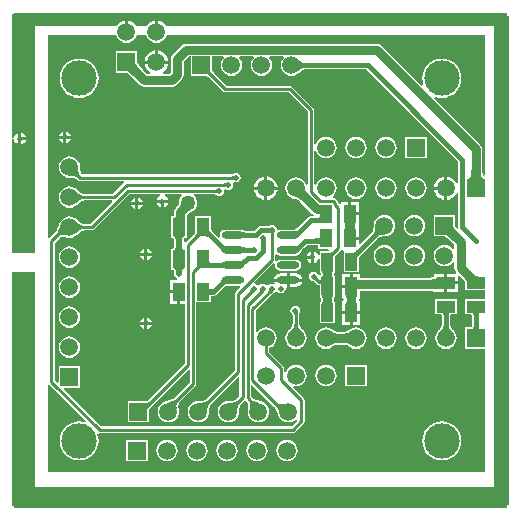
<source format=gbl>
G04*
G04 #@! TF.GenerationSoftware,Altium Limited,Altium Designer,19.1.8 (144)*
G04*
G04 Layer_Physical_Order=2*
G04 Layer_Color=8732672*
%FSLAX25Y25*%
%MOIN*%
G70*
G01*
G75*
%ADD15C,0.01000*%
%ADD16R,0.04000X0.06000*%
%ADD22R,0.06000X0.04000*%
%ADD36C,0.01500*%
%ADD37C,0.03000*%
%ADD40C,0.05906*%
%ADD41R,0.05906X0.05906*%
%ADD42R,0.05906X0.05906*%
%ADD43C,0.01968*%
%ADD44C,0.05000*%
%ADD45C,0.11811*%
%ADD46O,0.07480X0.02362*%
%ADD47C,0.02000*%
%ADD48C,0.00600*%
G36*
X157480Y110972D02*
X156999Y110535D01*
X156922Y110537D01*
X156849Y110722D01*
X156766Y111044D01*
X156703Y111440D01*
X156663Y111906D01*
X156649Y112457D01*
X156641Y112475D01*
Y119500D01*
X156478Y120319D01*
X156014Y121014D01*
X140583Y136445D01*
X140597Y136552D01*
X141148Y136907D01*
X141835Y136699D01*
X143110Y136573D01*
X144386Y136699D01*
X145612Y137071D01*
X146742Y137675D01*
X147733Y138488D01*
X148546Y139479D01*
X149150Y140609D01*
X149522Y141835D01*
X149647Y143110D01*
X149522Y144386D01*
X149150Y145612D01*
X148546Y146742D01*
X147733Y147733D01*
X146742Y148546D01*
X145612Y149150D01*
X144386Y149522D01*
X143110Y149647D01*
X141835Y149522D01*
X140609Y149150D01*
X139479Y148546D01*
X138488Y147733D01*
X137675Y146742D01*
X137071Y145612D01*
X136699Y144386D01*
X136573Y143110D01*
X136699Y141835D01*
X136907Y141148D01*
X136552Y140597D01*
X136445Y140583D01*
X122961Y154067D01*
X122267Y154531D01*
X121447Y154694D01*
X58000Y154694D01*
X57181Y154531D01*
X56486Y154067D01*
X53486Y151067D01*
X53022Y150372D01*
X52859Y149553D01*
Y145144D01*
X52356Y144641D01*
X50262D01*
X50116Y145141D01*
X50819Y145681D01*
X51453Y146507D01*
X51851Y147468D01*
X51921Y148000D01*
X44079D01*
X44149Y147468D01*
X44547Y146507D01*
X45181Y145681D01*
X45884Y145141D01*
X45737Y144641D01*
X44887D01*
X43545Y145984D01*
X43538Y146001D01*
X42451Y147171D01*
X42055Y147666D01*
X41745Y148113D01*
X41553Y148449D01*
Y149712D01*
X41590Y149802D01*
X41570Y149851D01*
X41582Y149903D01*
X41553Y149951D01*
Y152053D01*
X34447D01*
Y144947D01*
X36549D01*
X36597Y144918D01*
X36649Y144930D01*
X36698Y144910D01*
X36788Y144947D01*
X38051D01*
X38387Y144755D01*
X38826Y144450D01*
X39890Y143550D01*
X40490Y142971D01*
X40509Y142963D01*
X42486Y140986D01*
X43181Y140522D01*
X44000Y140359D01*
X53243D01*
X54062Y140522D01*
X54757Y140986D01*
X56514Y142743D01*
X56978Y143438D01*
X57141Y144257D01*
Y148666D01*
X58887Y150412D01*
X59447D01*
Y143947D01*
X64377D01*
X64425Y143918D01*
X64477Y143930D01*
X64526Y143910D01*
X64617Y143947D01*
X64819D01*
X64858Y143925D01*
X64972Y143846D01*
X65300Y143568D01*
X65490Y143385D01*
X65554Y143359D01*
X70207Y138707D01*
X70207Y138707D01*
X70571Y138464D01*
X71000Y138378D01*
X71000Y138378D01*
X92035D01*
X98378Y132035D01*
Y107727D01*
X97878Y107627D01*
X97603Y108292D01*
X97034Y109034D01*
X96292Y109603D01*
X95427Y109961D01*
X94500Y110083D01*
X93573Y109961D01*
X92708Y109603D01*
X91966Y109034D01*
X91397Y108292D01*
X91039Y107427D01*
X90917Y106500D01*
X91039Y105573D01*
X91397Y104708D01*
X91966Y103966D01*
X92708Y103397D01*
X93573Y103039D01*
X94353Y102936D01*
X94423Y102900D01*
X94542Y102891D01*
X94632Y102871D01*
X94744Y102833D01*
X94874Y102775D01*
X95022Y102693D01*
X95186Y102587D01*
X95358Y102460D01*
X95762Y102114D01*
X95978Y101906D01*
X95997Y101898D01*
X99909Y97986D01*
X100447Y97626D01*
X100295Y97126D01*
X99384D01*
X98857Y97022D01*
X98411Y96723D01*
X95256Y93569D01*
X95203Y93548D01*
X94923Y93278D01*
X94674Y93058D01*
X94450Y92880D01*
X94254Y92744D01*
X94124Y92670D01*
X89370D01*
X88675Y92532D01*
X88645Y92512D01*
X88597Y92516D01*
X88124Y92765D01*
X88043Y93169D01*
X87693Y93693D01*
X87169Y94043D01*
X86551Y94166D01*
X85933Y94043D01*
X85760Y93928D01*
X82750D01*
X82750Y93928D01*
X82223Y93823D01*
X81777Y93524D01*
X81777Y93524D01*
X80556Y92304D01*
X78389D01*
X78336Y92326D01*
X77800Y92334D01*
X77383Y92356D01*
X77074Y92391D01*
X76982Y92409D01*
X76925Y92423D01*
X76920Y92425D01*
X76903Y92435D01*
X76889Y92437D01*
X76868Y92445D01*
X76840Y92444D01*
X76803Y92449D01*
X76679Y92532D01*
X75984Y92670D01*
X70866D01*
X70171Y92532D01*
X69582Y92138D01*
X69188Y91549D01*
X69050Y90854D01*
X69182Y90192D01*
X69160Y90162D01*
X68667Y90000D01*
X67566Y91101D01*
X67545Y91155D01*
X67190Y91520D01*
X66620Y92170D01*
X66418Y92437D01*
X66262Y92674D01*
X66155Y92869D01*
X66100Y93007D01*
Y97100D01*
X60900D01*
Y92058D01*
X60883Y92030D01*
X60896Y91977D01*
X60875Y91926D01*
X60900Y91865D01*
Y91628D01*
X60884Y91600D01*
X60803Y91485D01*
X60523Y91154D01*
X60338Y90963D01*
X60312Y90898D01*
X57807Y88393D01*
X57224Y88420D01*
X57149Y88495D01*
X57159Y88855D01*
X57184Y89151D01*
X57225Y89395D01*
X57275Y89586D01*
X57330Y89721D01*
X57378Y89801D01*
X57411Y89837D01*
X57428Y89848D01*
X57446Y89854D01*
X57557Y89866D01*
X57619Y89900D01*
X58100D01*
Y90422D01*
X58137Y90512D01*
X58123Y90546D01*
X58134Y90581D01*
X58100Y90643D01*
Y93793D01*
X58141Y94000D01*
Y97093D01*
X58144Y97561D01*
X58869Y98264D01*
X59040Y98415D01*
X59076Y98443D01*
X59087Y98450D01*
X59309Y98480D01*
X60063Y98792D01*
X60711Y99289D01*
X61208Y99937D01*
X61520Y100691D01*
X61627Y101500D01*
X61520Y102309D01*
X61208Y103063D01*
X60711Y103711D01*
X60493Y103878D01*
X60662Y104378D01*
X67478D01*
X67538Y104351D01*
X67722Y104344D01*
X67775Y104339D01*
X67823Y104331D01*
X67858Y104324D01*
X67879Y104317D01*
X67882Y104316D01*
X67895Y104307D01*
X67904Y104306D01*
X67912Y104301D01*
X67935Y104299D01*
X67946Y104297D01*
X67952Y104295D01*
X68382Y104008D01*
X69000Y103885D01*
X69618Y104008D01*
X70142Y104358D01*
X70492Y104882D01*
X70615Y105500D01*
X70529Y105933D01*
X70557Y106031D01*
X71016Y106252D01*
X71382Y106008D01*
X72000Y105885D01*
X72618Y106008D01*
X73142Y106358D01*
X73492Y106882D01*
X73615Y107500D01*
X73492Y108118D01*
X73434Y108206D01*
X73794Y108566D01*
X73882Y108508D01*
X74500Y108385D01*
X75118Y108508D01*
X75642Y108858D01*
X75992Y109382D01*
X76115Y110000D01*
X75992Y110618D01*
X75642Y111142D01*
X75118Y111492D01*
X74500Y111615D01*
X73882Y111492D01*
X73452Y111205D01*
X73446Y111203D01*
X73435Y111201D01*
X73412Y111199D01*
X73404Y111194D01*
X73395Y111193D01*
X73382Y111184D01*
X73379Y111183D01*
X73358Y111176D01*
X73323Y111169D01*
X73283Y111162D01*
X73137Y111151D01*
X73050Y111149D01*
X72986Y111122D01*
X23028D01*
X22966Y111217D01*
X22888Y111374D01*
X22816Y111567D01*
X22751Y111796D01*
X22696Y112061D01*
X22654Y112354D01*
X22605Y113071D01*
X22602Y113475D01*
X22580Y113528D01*
X22461Y114427D01*
X22103Y115292D01*
X21534Y116034D01*
X20792Y116603D01*
X19927Y116961D01*
X19000Y117083D01*
X18073Y116961D01*
X17208Y116603D01*
X16466Y116034D01*
X15897Y115292D01*
X15539Y114427D01*
X15417Y113500D01*
X15539Y112573D01*
X15897Y111708D01*
X16466Y110966D01*
X17208Y110397D01*
X18073Y110039D01*
X18972Y109920D01*
X19025Y109898D01*
X19429Y109895D01*
X20146Y109846D01*
X20439Y109804D01*
X20704Y109749D01*
X20933Y109684D01*
X21126Y109612D01*
X21283Y109534D01*
X21405Y109455D01*
X21533Y109344D01*
X21588Y109326D01*
X21707Y109207D01*
X21707Y109207D01*
X22071Y108964D01*
X22500Y108878D01*
X22500Y108878D01*
X37141D01*
X37293Y108378D01*
X37291Y108377D01*
X37291Y108377D01*
X33535Y104622D01*
X23781D01*
X23730Y104648D01*
X23561Y104660D01*
X23418Y104690D01*
X23253Y104746D01*
X23065Y104831D01*
X22857Y104947D01*
X22631Y105096D01*
X22394Y105273D01*
X21853Y105746D01*
X21565Y106030D01*
X21511Y106051D01*
X20792Y106603D01*
X19927Y106961D01*
X19000Y107083D01*
X18073Y106961D01*
X17208Y106603D01*
X16466Y106034D01*
X15897Y105292D01*
X15539Y104427D01*
X15417Y103500D01*
X15539Y102573D01*
X15897Y101708D01*
X16466Y100966D01*
X17208Y100397D01*
X18073Y100039D01*
X19000Y99917D01*
X19927Y100039D01*
X20792Y100397D01*
X21511Y100949D01*
X21565Y100970D01*
X21853Y101254D01*
X22394Y101727D01*
X22631Y101904D01*
X22857Y102053D01*
X23065Y102169D01*
X23253Y102254D01*
X23418Y102310D01*
X23561Y102340D01*
X23730Y102352D01*
X23781Y102378D01*
X33139D01*
X33330Y101917D01*
X26035Y94622D01*
X23781D01*
X23730Y94648D01*
X23561Y94660D01*
X23418Y94690D01*
X23253Y94746D01*
X23065Y94831D01*
X22857Y94947D01*
X22631Y95096D01*
X22394Y95273D01*
X21853Y95746D01*
X21565Y96030D01*
X21511Y96051D01*
X20792Y96603D01*
X19927Y96961D01*
X19000Y97083D01*
X18073Y96961D01*
X17208Y96603D01*
X16466Y96034D01*
X15897Y95292D01*
X15655Y94709D01*
X15575Y94617D01*
X15575Y94616D01*
X15575Y94615D01*
X15419Y94145D01*
X14994Y92979D01*
X14752Y92420D01*
X14649Y92215D01*
X14559Y92056D01*
X14488Y91951D01*
X14413Y91863D01*
X14395Y91809D01*
X12311Y89725D01*
X11901Y89845D01*
X11811Y89912D01*
Y157480D01*
X34577D01*
X34897Y156708D01*
X35466Y155966D01*
X36208Y155397D01*
X37073Y155039D01*
X38000Y154917D01*
X38927Y155039D01*
X39792Y155397D01*
X40534Y155966D01*
X41103Y156708D01*
X41423Y157480D01*
X44577D01*
X44897Y156708D01*
X45466Y155966D01*
X46208Y155397D01*
X47073Y155039D01*
X48000Y154917D01*
X48927Y155039D01*
X49792Y155397D01*
X50534Y155966D01*
X51103Y156708D01*
X51423Y157480D01*
X157480D01*
Y110972D01*
D02*
G37*
G36*
X95366Y149317D02*
X95622Y149093D01*
X95877Y148895D01*
X96131Y148724D01*
X96384Y148579D01*
X96635Y148461D01*
X96885Y148369D01*
X97134Y148303D01*
X97381Y148263D01*
X97628Y148250D01*
Y146750D01*
X97381Y146737D01*
X97134Y146697D01*
X96885Y146632D01*
X96635Y146539D01*
X96384Y146421D01*
X96131Y146276D01*
X95877Y146105D01*
X95622Y145907D01*
X95366Y145683D01*
X95109Y145433D01*
Y149567D01*
X95366Y149317D01*
D02*
G37*
G36*
X90372Y149912D02*
X89897Y149292D01*
X89539Y148427D01*
X89417Y147500D01*
X89539Y146573D01*
X89897Y145708D01*
X90466Y144966D01*
X91208Y144397D01*
X92073Y144039D01*
X93000Y143917D01*
X93927Y144039D01*
X94792Y144397D01*
X95507Y144946D01*
X95561Y144967D01*
X95807Y145206D01*
X96035Y145405D01*
X96258Y145578D01*
X96475Y145724D01*
X96684Y145844D01*
X96886Y145940D01*
X97081Y146011D01*
X97268Y146061D01*
X97450Y146090D01*
X97662Y146101D01*
X97708Y146124D01*
X117930D01*
X148624Y115430D01*
Y108180D01*
X148124Y108081D01*
X147953Y108493D01*
X147319Y109319D01*
X146493Y109953D01*
X145532Y110351D01*
X145000Y110421D01*
Y106500D01*
Y102579D01*
X145532Y102649D01*
X146493Y103047D01*
X147319Y103681D01*
X147953Y104507D01*
X148124Y104919D01*
X148624Y104820D01*
Y93500D01*
X148688Y93176D01*
X148221Y92959D01*
X148056Y93166D01*
X147745Y93613D01*
X147553Y93949D01*
Y95211D01*
X147590Y95302D01*
X147570Y95351D01*
X147582Y95403D01*
X147553Y95451D01*
Y97553D01*
X140447D01*
Y90447D01*
X142549D01*
X142597Y90418D01*
X142649Y90430D01*
X142698Y90410D01*
X142789Y90447D01*
X144051D01*
X144387Y90255D01*
X144826Y89950D01*
X145890Y89050D01*
X146490Y88471D01*
X146509Y88463D01*
X147359Y87613D01*
Y86280D01*
X146859Y86110D01*
X146534Y86534D01*
X145792Y87103D01*
X144927Y87461D01*
X144000Y87583D01*
X143073Y87461D01*
X142208Y87103D01*
X141466Y86534D01*
X140897Y85792D01*
X140539Y84927D01*
X140417Y84000D01*
X140539Y83073D01*
X140897Y82208D01*
X141466Y81466D01*
X142208Y80897D01*
X143073Y80539D01*
X144000Y80417D01*
X144927Y80539D01*
X145792Y80897D01*
X146534Y81466D01*
X146859Y81890D01*
X147359Y81720D01*
Y80000D01*
X147522Y79181D01*
X147977Y78500D01*
X147935Y78281D01*
X147819Y78000D01*
X145000D01*
Y75500D01*
X148500D01*
Y77314D01*
X148577Y77356D01*
X149000Y77455D01*
X150086Y76292D01*
X150508Y75770D01*
X150835Y75309D01*
X150900Y75195D01*
Y73906D01*
X150892Y73895D01*
X150900Y73845D01*
Y73836D01*
X150876Y73787D01*
X150900Y73717D01*
Y72400D01*
X157480D01*
Y69600D01*
X150900D01*
Y64400D01*
X152891D01*
X152931Y64378D01*
X152968Y64374D01*
X152980Y64354D01*
X153013Y64273D01*
X153047Y64146D01*
X153075Y63975D01*
X153094Y63762D01*
X153101Y63495D01*
X153124Y63444D01*
Y61009D01*
X153101Y60958D01*
X153094Y60690D01*
X153075Y60478D01*
X153047Y60307D01*
X153013Y60180D01*
X152980Y60099D01*
X152968Y60078D01*
X152931Y60075D01*
X152891Y60053D01*
X150947D01*
Y52947D01*
X157480D01*
Y11811D01*
X11811D01*
Y40955D01*
X11901Y41021D01*
X12311Y41142D01*
X24604Y28849D01*
X24339Y28407D01*
X23519Y28655D01*
X22244Y28781D01*
X20969Y28655D01*
X19742Y28284D01*
X18612Y27679D01*
X17622Y26866D01*
X16809Y25876D01*
X16205Y24746D01*
X15833Y23519D01*
X15707Y22244D01*
X15833Y20969D01*
X16205Y19742D01*
X16809Y18612D01*
X17622Y17622D01*
X18612Y16809D01*
X19742Y16205D01*
X20969Y15833D01*
X22244Y15707D01*
X23519Y15833D01*
X24746Y16205D01*
X25876Y16809D01*
X26866Y17622D01*
X27679Y18612D01*
X28284Y19742D01*
X28655Y20969D01*
X28781Y22244D01*
X28655Y23519D01*
X28344Y24546D01*
X28436Y24691D01*
X28708Y24931D01*
X28729Y24940D01*
X29039Y24878D01*
X29039Y24879D01*
X93500D01*
X93500Y24878D01*
X93929Y24964D01*
X94293Y25207D01*
X97043Y27957D01*
X97043Y27957D01*
X97286Y28321D01*
X97372Y28750D01*
X97372Y28750D01*
Y35750D01*
X97372Y35750D01*
X97286Y36179D01*
X97043Y36543D01*
X97043Y36543D01*
X93549Y40038D01*
X93782Y40511D01*
X94500Y40417D01*
X95427Y40539D01*
X96292Y40897D01*
X97034Y41466D01*
X97603Y42208D01*
X97961Y43073D01*
X98083Y44000D01*
X97961Y44927D01*
X97603Y45792D01*
X97034Y46534D01*
X96292Y47103D01*
X95427Y47461D01*
X94500Y47583D01*
X93573Y47461D01*
X92708Y47103D01*
X91966Y46534D01*
X91397Y45792D01*
X91122Y45127D01*
X90622Y45227D01*
Y46500D01*
X90622Y46500D01*
X90536Y46929D01*
X90293Y47293D01*
X90293Y47293D01*
X85622Y51965D01*
Y53119D01*
X86292Y53397D01*
X87034Y53966D01*
X87603Y54708D01*
X87961Y55573D01*
X88083Y56500D01*
X87961Y57427D01*
X87603Y58292D01*
X87034Y59034D01*
X86292Y59603D01*
X85427Y59961D01*
X84500Y60083D01*
X83573Y59961D01*
X82708Y59603D01*
X81966Y59034D01*
X81622Y58585D01*
X81122Y58754D01*
Y65588D01*
X86657Y71123D01*
X86722Y71149D01*
X86930Y71350D01*
X87023Y71431D01*
X87085Y71480D01*
X87085Y71480D01*
X87098Y71488D01*
X87101Y71491D01*
X87106Y71494D01*
X87114Y71507D01*
X87118Y71508D01*
X87642Y71858D01*
X87699Y71943D01*
X88301D01*
X88358Y71858D01*
X88882Y71508D01*
X89500Y71385D01*
X90118Y71508D01*
X90642Y71858D01*
X90992Y72382D01*
X91115Y73000D01*
X91089Y73131D01*
X91429Y73545D01*
Y75354D01*
X87246D01*
X87315Y75003D01*
X87377Y74912D01*
X87229Y74672D01*
X87046Y74507D01*
X86500Y74615D01*
X85882Y74492D01*
X85358Y74142D01*
X85301Y74057D01*
X84699D01*
X84642Y74142D01*
X84118Y74492D01*
X83500Y74615D01*
X82882Y74492D01*
X82358Y74142D01*
X82301Y74057D01*
X81699D01*
X81642Y74142D01*
X81118Y74492D01*
X80841Y74547D01*
X80676Y75090D01*
X87194Y81608D01*
X87655Y81362D01*
X87554Y80854D01*
X87692Y80159D01*
X88086Y79570D01*
X88675Y79177D01*
X89370Y79038D01*
X94488D01*
X95183Y79177D01*
X95772Y79570D01*
X96166Y80159D01*
X96304Y80854D01*
X96166Y81549D01*
X95772Y82138D01*
X95183Y82532D01*
X94488Y82670D01*
X89370D01*
X88675Y82532D01*
X88103Y82150D01*
X88028Y82168D01*
X87636Y82364D01*
X87673Y82551D01*
X87673Y82551D01*
Y84291D01*
X87854Y84413D01*
X88173Y84512D01*
X88675Y84177D01*
X89370Y84038D01*
X94488D01*
X95183Y84177D01*
X95772Y84570D01*
X96166Y85159D01*
X96197Y85316D01*
X96261Y85406D01*
X96272Y85454D01*
X96283Y85484D01*
X96316Y85549D01*
X96372Y85640D01*
X96441Y85738D01*
X96996Y86379D01*
X97178Y86565D01*
X97200Y86619D01*
X98204Y87624D01*
X100944D01*
X100995Y87601D01*
X101262Y87594D01*
X101475Y87575D01*
X101646Y87547D01*
X101773Y87513D01*
X101854Y87480D01*
X101874Y87468D01*
X101878Y87432D01*
X101900Y87391D01*
Y86150D01*
X105297D01*
X105311Y86142D01*
X105533Y85840D01*
X105530Y85650D01*
X105470Y85617D01*
X105443Y85600D01*
X102400D01*
Y84168D01*
X101900Y84119D01*
X101869Y84274D01*
X101431Y84931D01*
X100774Y85369D01*
X100500Y85424D01*
Y83500D01*
Y81576D01*
X100774Y81631D01*
X101431Y82069D01*
X101869Y82726D01*
X101900Y82881D01*
X102400Y82832D01*
Y79219D01*
X102394Y79212D01*
X102400Y79138D01*
Y79102D01*
X102363Y79012D01*
X102400Y78922D01*
Y78400D01*
X102686D01*
X102693Y78374D01*
X102733Y78176D01*
X102758Y77820D01*
X102712Y77704D01*
X102479Y77634D01*
X101992Y77618D01*
X101642Y78142D01*
X101118Y78492D01*
X100500Y78615D01*
X99882Y78492D01*
X99358Y78142D01*
X99008Y77618D01*
X98885Y77000D01*
X99008Y76382D01*
X99358Y75858D01*
X99882Y75508D01*
X100389Y75407D01*
X100395Y75404D01*
X100404Y75398D01*
X100422Y75383D01*
X100431Y75380D01*
X100438Y75375D01*
X100454Y75372D01*
X100456Y75371D01*
X100476Y75361D01*
X100506Y75341D01*
X100539Y75317D01*
X100650Y75222D01*
X100713Y75162D01*
X100777Y75137D01*
X101464Y74450D01*
X101827Y74207D01*
X102108Y74151D01*
X102233Y74094D01*
X102400Y74088D01*
Y70969D01*
X102394Y70962D01*
X102400Y70888D01*
Y70852D01*
X102363Y70762D01*
X102400Y70672D01*
Y70150D01*
X102686D01*
X102693Y70124D01*
X102733Y69926D01*
X102782Y69225D01*
X102776Y69133D01*
X102737Y68844D01*
X102693Y68626D01*
X102686Y68600D01*
X102400D01*
Y68078D01*
X102363Y67988D01*
X102400Y67898D01*
Y67862D01*
X102394Y67788D01*
X102400Y67781D01*
Y61400D01*
X107600D01*
Y67781D01*
X107606Y67788D01*
X107600Y67862D01*
Y67898D01*
X107637Y67988D01*
X107600Y68078D01*
Y68600D01*
X107314D01*
X107307Y68626D01*
X107267Y68824D01*
X107218Y69525D01*
X107225Y69617D01*
X107263Y69906D01*
X107307Y70124D01*
X107314Y70150D01*
X107600D01*
Y70672D01*
X107637Y70762D01*
X107600Y70852D01*
Y70888D01*
X107606Y70962D01*
X107600Y70969D01*
Y76531D01*
X107606Y76538D01*
X107600Y76612D01*
Y76648D01*
X107637Y76738D01*
X107600Y76828D01*
Y77350D01*
X107314D01*
X107307Y77376D01*
X107267Y77574D01*
X107242Y77930D01*
X107426Y78400D01*
X107600D01*
Y78922D01*
X107637Y79012D01*
X107600Y79102D01*
Y79138D01*
X107606Y79212D01*
X107600Y79219D01*
Y83442D01*
X107617Y83470D01*
X107605Y83523D01*
X107625Y83574D01*
X107600Y83635D01*
Y83872D01*
X107616Y83900D01*
X107697Y84015D01*
X107977Y84346D01*
X108162Y84537D01*
X108188Y84602D01*
X109098Y85512D01*
X109500Y85750D01*
X109962D01*
X110400Y85600D01*
Y78400D01*
X115600D01*
Y82736D01*
X115617Y82764D01*
X115605Y82817D01*
X115625Y82867D01*
X115600Y82928D01*
Y83431D01*
X115659Y83533D01*
X115796Y83729D01*
X116232Y84243D01*
X116516Y84537D01*
X116537Y84590D01*
X121644Y89697D01*
X121692Y89714D01*
X121850Y89856D01*
X121999Y89964D01*
X122167Y90062D01*
X122355Y90149D01*
X122565Y90224D01*
X122798Y90287D01*
X123055Y90337D01*
X123335Y90373D01*
X123638Y90393D01*
X123980Y90398D01*
X124033Y90421D01*
X124927Y90539D01*
X125792Y90897D01*
X126534Y91466D01*
X127103Y92208D01*
X127461Y93073D01*
X127583Y94000D01*
X127461Y94927D01*
X127103Y95792D01*
X126534Y96534D01*
X125792Y97103D01*
X124927Y97461D01*
X124000Y97583D01*
X123073Y97461D01*
X122208Y97103D01*
X121466Y96534D01*
X120897Y95792D01*
X120539Y94927D01*
X120421Y94033D01*
X120398Y93980D01*
X120393Y93638D01*
X120373Y93335D01*
X120337Y93055D01*
X120287Y92798D01*
X120224Y92565D01*
X120149Y92355D01*
X120062Y92167D01*
X119964Y91999D01*
X119856Y91850D01*
X119714Y91692D01*
X119697Y91644D01*
X115962Y87909D01*
X115500Y88100D01*
Y89250D01*
X112500D01*
Y90250D01*
X115500D01*
Y93500D01*
X115500Y93750D01*
X115500D01*
Y94000D01*
X115500D01*
Y97500D01*
X112500D01*
Y98000D01*
X112000D01*
Y102000D01*
X109500D01*
Y101420D01*
X109033Y101213D01*
X108728Y101451D01*
X108721Y101460D01*
X108636Y101885D01*
X108393Y102249D01*
X108393Y102249D01*
X107749Y102893D01*
X107385Y103136D01*
X106956Y103222D01*
X106956Y103222D01*
X106885D01*
X106715Y103722D01*
X107034Y103966D01*
X107603Y104708D01*
X107961Y105573D01*
X108083Y106500D01*
X107961Y107427D01*
X107603Y108292D01*
X107034Y109034D01*
X106292Y109603D01*
X105427Y109961D01*
X104500Y110083D01*
X103573Y109961D01*
X102708Y109603D01*
X101966Y109034D01*
X101397Y108292D01*
X101122Y107627D01*
X100622Y107727D01*
Y118773D01*
X101122Y118872D01*
X101397Y118208D01*
X101966Y117466D01*
X102708Y116897D01*
X103573Y116539D01*
X104500Y116417D01*
X105427Y116539D01*
X106292Y116897D01*
X107034Y117466D01*
X107603Y118208D01*
X107961Y119073D01*
X108083Y120000D01*
X107961Y120927D01*
X107603Y121792D01*
X107034Y122534D01*
X106292Y123103D01*
X105427Y123461D01*
X104500Y123583D01*
X103573Y123461D01*
X102708Y123103D01*
X101966Y122534D01*
X101397Y121792D01*
X101122Y121127D01*
X100622Y121227D01*
Y132500D01*
X100536Y132929D01*
X100293Y133293D01*
X100293Y133293D01*
X93293Y140293D01*
X92929Y140536D01*
X92500Y140622D01*
X92500Y140622D01*
X71465D01*
X67147Y144939D01*
X67124Y145001D01*
X66772Y145379D01*
X66659Y145521D01*
X66575Y145642D01*
X66553Y145681D01*
Y145883D01*
X66590Y145974D01*
X66570Y146023D01*
X66582Y146075D01*
X66553Y146123D01*
Y150412D01*
X70197D01*
X70372Y149912D01*
X69897Y149292D01*
X69539Y148427D01*
X69417Y147500D01*
X69539Y146573D01*
X69897Y145708D01*
X70466Y144966D01*
X71208Y144397D01*
X72073Y144039D01*
X73000Y143917D01*
X73927Y144039D01*
X74792Y144397D01*
X75534Y144966D01*
X76103Y145708D01*
X76461Y146573D01*
X76583Y147500D01*
X76461Y148427D01*
X76103Y149292D01*
X75628Y149912D01*
X75803Y150412D01*
X80197D01*
X80372Y149912D01*
X79897Y149292D01*
X79539Y148427D01*
X79417Y147500D01*
X79539Y146573D01*
X79897Y145708D01*
X80466Y144966D01*
X81208Y144397D01*
X82073Y144039D01*
X83000Y143917D01*
X83927Y144039D01*
X84792Y144397D01*
X85534Y144966D01*
X86103Y145708D01*
X86461Y146573D01*
X86583Y147500D01*
X86461Y148427D01*
X86103Y149292D01*
X85628Y149912D01*
X85803Y150412D01*
X90197Y150412D01*
X90372Y149912D01*
D02*
G37*
G36*
X65884Y145896D02*
X65856Y145804D01*
Y145698D01*
X65884Y145578D01*
X65941Y145443D01*
X66026Y145295D01*
X66139Y145132D01*
X66280Y144955D01*
X66648Y144559D01*
X65941Y143852D01*
X65736Y144050D01*
X65368Y144361D01*
X65205Y144474D01*
X65057Y144559D01*
X64922Y144616D01*
X64802Y144644D01*
X64696D01*
X64604Y144616D01*
X64526Y144559D01*
X65941Y145974D01*
X65884Y145896D01*
D02*
G37*
G36*
X40771Y149569D02*
X40686Y149293D01*
Y148975D01*
X40771Y148614D01*
X40941Y148211D01*
X41195Y147765D01*
X41535Y147277D01*
X41959Y146747D01*
X43062Y145559D01*
X40941Y143438D01*
X40326Y144032D01*
X39222Y144965D01*
X38735Y145305D01*
X38289Y145559D01*
X37886Y145729D01*
X37525Y145814D01*
X37207D01*
X36931Y145729D01*
X36698Y145559D01*
X40941Y149802D01*
X40771Y149569D01*
D02*
G37*
G36*
X21956Y113046D02*
X22007Y112285D01*
X22056Y111949D01*
X22119Y111642D01*
X22198Y111363D01*
X22292Y111115D01*
X22401Y110895D01*
X22525Y110704D01*
X22664Y110543D01*
X21957Y109836D01*
X21796Y109975D01*
X21605Y110099D01*
X21385Y110208D01*
X21136Y110302D01*
X20858Y110380D01*
X20551Y110444D01*
X20214Y110493D01*
X19454Y110544D01*
X19029Y110547D01*
X21953Y113470D01*
X21956Y113046D01*
D02*
G37*
G36*
X156014Y111871D02*
X156058Y111361D01*
X156130Y110911D01*
X156230Y110521D01*
X156360Y110191D01*
X156519Y109921D01*
X156706Y109711D01*
X156922Y109561D01*
X157167Y109471D01*
X157441Y109441D01*
X151559D01*
X151833Y109471D01*
X152078Y109561D01*
X152294Y109711D01*
X152481Y109921D01*
X152640Y110191D01*
X152769Y110521D01*
X152870Y110911D01*
X152942Y111361D01*
X152986Y111871D01*
X153000Y112441D01*
X156000D01*
X156014Y111871D01*
D02*
G37*
G36*
X73797Y109311D02*
X73756Y109347D01*
X73708Y109379D01*
X73653Y109407D01*
X73590Y109432D01*
X73521Y109453D01*
X73443Y109470D01*
X73359Y109483D01*
X73267Y109492D01*
X73062Y109500D01*
Y110500D01*
X73168Y110502D01*
X73359Y110517D01*
X73443Y110530D01*
X73521Y110547D01*
X73590Y110568D01*
X73653Y110593D01*
X73708Y110621D01*
X73756Y110653D01*
X73797Y110689D01*
Y109311D01*
D02*
G37*
G36*
X71241Y106874D02*
X71202Y106914D01*
X71156Y106949D01*
X71103Y106981D01*
X71042Y107009D01*
X70973Y107032D01*
X70897Y107051D01*
X70813Y107065D01*
X70722Y107076D01*
X70517Y107084D01*
X70617Y108084D01*
X70724Y108086D01*
X70916Y108099D01*
X71001Y108110D01*
X71079Y108125D01*
X71149Y108143D01*
X71213Y108164D01*
X71268Y108188D01*
X71317Y108216D01*
X71359Y108247D01*
X71241Y106874D01*
D02*
G37*
G36*
X68297Y104811D02*
X68256Y104847D01*
X68208Y104879D01*
X68153Y104907D01*
X68090Y104932D01*
X68021Y104953D01*
X67943Y104970D01*
X67859Y104983D01*
X67767Y104992D01*
X67562Y105000D01*
Y106000D01*
X67668Y106002D01*
X67859Y106017D01*
X67943Y106030D01*
X68021Y106047D01*
X68090Y106068D01*
X68153Y106093D01*
X68208Y106121D01*
X68256Y106153D01*
X68297Y106189D01*
Y104811D01*
D02*
G37*
G36*
X56507Y103878D02*
X56289Y103711D01*
X55792Y103063D01*
X55480Y102309D01*
X55373Y101500D01*
X55426Y101101D01*
X55419Y101091D01*
X55411Y101059D01*
X55404Y101042D01*
X55370Y100982D01*
X55318Y100905D01*
X54787Y100289D01*
X54604Y100103D01*
X54596Y100083D01*
X54486Y99973D01*
X54022Y99278D01*
X53869Y98510D01*
X53851Y98467D01*
X53846Y98108D01*
X53811Y97514D01*
X53783Y97301D01*
X53751Y97134D01*
X53741Y97100D01*
X52900D01*
Y90643D01*
X52866Y90581D01*
X52877Y90546D01*
X52863Y90512D01*
X52900Y90422D01*
Y89900D01*
X53381D01*
X53443Y89866D01*
X53554Y89854D01*
X53572Y89848D01*
X53589Y89837D01*
X53622Y89801D01*
X53670Y89721D01*
X53725Y89586D01*
X53775Y89395D01*
X53816Y89151D01*
X53841Y88855D01*
X53851Y88495D01*
X53869Y88455D01*
Y87795D01*
X53851Y87755D01*
X53841Y87395D01*
X53816Y87099D01*
X53775Y86855D01*
X53725Y86664D01*
X53670Y86529D01*
X53622Y86449D01*
X53589Y86414D01*
X53572Y86402D01*
X53554Y86396D01*
X53443Y86384D01*
X53381Y86350D01*
X52900D01*
Y85828D01*
X52863Y85738D01*
X52877Y85704D01*
X52866Y85669D01*
X52900Y85607D01*
Y79150D01*
X53623D01*
X53659Y79129D01*
X53683Y79126D01*
X53712Y79071D01*
X53753Y78954D01*
X53793Y78785D01*
X53824Y78568D01*
X53843Y78305D01*
X53851Y77985D01*
X53889Y77899D01*
X53993Y77376D01*
X54347Y76846D01*
X54876Y76493D01*
X54790Y76000D01*
X52500D01*
Y72500D01*
X55500D01*
Y72000D01*
X56000D01*
Y68000D01*
X57478D01*
Y48065D01*
X45268Y35854D01*
X45206Y35831D01*
X45061Y35697D01*
X45015Y35659D01*
X44971Y35628D01*
X44936Y35605D01*
X44912Y35592D01*
X44905Y35589D01*
X44896Y35589D01*
X44888Y35585D01*
X44873Y35582D01*
X44848Y35565D01*
X44824Y35553D01*
X38447D01*
Y28447D01*
X45553D01*
Y32440D01*
X45577Y32490D01*
X45583Y32598D01*
X45595Y32675D01*
X45616Y32756D01*
X45647Y32843D01*
X45690Y32935D01*
X45745Y33034D01*
X45814Y33138D01*
X45897Y33248D01*
X45994Y33363D01*
X46118Y33493D01*
X46143Y33557D01*
X58617Y46030D01*
X59078Y45839D01*
Y41665D01*
X53936Y36522D01*
X53881Y36504D01*
X53778Y36416D01*
X53674Y36346D01*
X53285Y36149D01*
X53057Y36056D01*
X51614Y35614D01*
X51167Y35504D01*
X51166Y35504D01*
X51166Y35504D01*
X51115Y35467D01*
X51073Y35461D01*
X50208Y35103D01*
X49466Y34534D01*
X48897Y33792D01*
X48539Y32927D01*
X48417Y32000D01*
X48539Y31073D01*
X48897Y30208D01*
X49466Y29466D01*
X50208Y28897D01*
X51073Y28539D01*
X52000Y28417D01*
X52927Y28539D01*
X53792Y28897D01*
X54534Y29466D01*
X55103Y30208D01*
X55461Y31073D01*
X55583Y32000D01*
X55479Y32797D01*
X55493Y32881D01*
X55411Y33236D01*
X55359Y33547D01*
X55330Y33830D01*
X55325Y34082D01*
X55340Y34305D01*
X55374Y34497D01*
X55423Y34661D01*
X55485Y34800D01*
X55560Y34918D01*
X55681Y35058D01*
X55699Y35113D01*
X55700Y35114D01*
X55746Y35148D01*
X55748Y35162D01*
X60993Y40407D01*
X60993Y40407D01*
X61236Y40771D01*
X61322Y41200D01*
X61322Y41200D01*
Y68400D01*
X66100D01*
Y70391D01*
X66122Y70432D01*
X66126Y70468D01*
X66146Y70480D01*
X66227Y70513D01*
X66354Y70547D01*
X66525Y70575D01*
X66738Y70594D01*
X67005Y70601D01*
X67092Y70639D01*
X67538Y70728D01*
X67985Y71027D01*
X70098Y73140D01*
X70151Y73161D01*
X70431Y73430D01*
X70680Y73651D01*
X70904Y73829D01*
X71101Y73964D01*
X71231Y74038D01*
X75745D01*
X75952Y73538D01*
X74407Y71993D01*
X74164Y71629D01*
X74078Y71200D01*
X74078Y71200D01*
Y45665D01*
X64588Y36174D01*
X64533Y36156D01*
X64405Y36045D01*
X64283Y35966D01*
X64126Y35888D01*
X63933Y35816D01*
X63704Y35751D01*
X63439Y35696D01*
X63146Y35654D01*
X62429Y35605D01*
X62025Y35602D01*
X61972Y35580D01*
X61073Y35461D01*
X60208Y35103D01*
X59466Y34534D01*
X58897Y33792D01*
X58539Y32927D01*
X58417Y32000D01*
X58539Y31073D01*
X58897Y30208D01*
X59466Y29466D01*
X60208Y28897D01*
X61073Y28539D01*
X62000Y28417D01*
X62927Y28539D01*
X63792Y28897D01*
X64534Y29466D01*
X65103Y30208D01*
X65461Y31073D01*
X65580Y31972D01*
X65602Y32025D01*
X65605Y32429D01*
X65654Y33146D01*
X65696Y33439D01*
X65751Y33704D01*
X65816Y33933D01*
X65888Y34126D01*
X65966Y34283D01*
X66045Y34405D01*
X66156Y34533D01*
X66174Y34588D01*
X75217Y43630D01*
X75678Y43439D01*
Y37265D01*
X74588Y36174D01*
X74533Y36156D01*
X74405Y36045D01*
X74283Y35966D01*
X74126Y35888D01*
X73933Y35816D01*
X73704Y35751D01*
X73439Y35696D01*
X73146Y35654D01*
X72429Y35605D01*
X72025Y35602D01*
X71972Y35580D01*
X71073Y35461D01*
X70208Y35103D01*
X69466Y34534D01*
X68897Y33792D01*
X68539Y32927D01*
X68417Y32000D01*
X68539Y31073D01*
X68897Y30208D01*
X69466Y29466D01*
X70208Y28897D01*
X71073Y28539D01*
X72000Y28417D01*
X72927Y28539D01*
X73792Y28897D01*
X74534Y29466D01*
X75103Y30208D01*
X75461Y31073D01*
X75580Y31972D01*
X75602Y32025D01*
X75605Y32429D01*
X75654Y33146D01*
X75696Y33439D01*
X75751Y33704D01*
X75816Y33933D01*
X75888Y34126D01*
X75966Y34283D01*
X76045Y34405D01*
X76156Y34533D01*
X76174Y34588D01*
X77412Y35826D01*
X77607Y35807D01*
X78252Y35162D01*
X78254Y35148D01*
X78300Y35114D01*
X78301Y35113D01*
X78319Y35058D01*
X78439Y34918D01*
X78514Y34800D01*
X78577Y34661D01*
X78626Y34497D01*
X78660Y34305D01*
X78675Y34082D01*
X78670Y33830D01*
X78641Y33547D01*
X78589Y33236D01*
X78507Y32881D01*
X78522Y32797D01*
X78417Y32000D01*
X78539Y31073D01*
X78897Y30208D01*
X79466Y29466D01*
X80208Y28897D01*
X81073Y28539D01*
X82000Y28417D01*
X82927Y28539D01*
X83792Y28897D01*
X84534Y29466D01*
X85103Y30208D01*
X85461Y31073D01*
X85583Y32000D01*
X85461Y32927D01*
X85103Y33792D01*
X84534Y34534D01*
X83792Y35103D01*
X82927Y35461D01*
X82892Y35466D01*
X82846Y35501D01*
X81579Y35839D01*
X81257Y35942D01*
X80699Y36155D01*
X80497Y36250D01*
X80335Y36339D01*
X80222Y36416D01*
X80119Y36504D01*
X80064Y36522D01*
X79522Y37065D01*
Y40739D01*
X79984Y40930D01*
X87359Y33555D01*
X87376Y33502D01*
X87441Y33425D01*
X87488Y33355D01*
X88449Y31206D01*
X88626Y30737D01*
X88628Y30735D01*
X88628Y30734D01*
X88719Y30638D01*
X88897Y30208D01*
X89466Y29466D01*
X90208Y28897D01*
X91073Y28539D01*
X92000Y28417D01*
X92927Y28539D01*
X93792Y28897D01*
X94301Y29287D01*
X94857Y29103D01*
X94887Y28973D01*
X93035Y27122D01*
X29503D01*
X17140Y39485D01*
X17331Y39947D01*
X22553D01*
Y47053D01*
X15447D01*
Y41831D01*
X14985Y41640D01*
X14121Y42503D01*
Y88363D01*
X15742Y89983D01*
X15797Y90001D01*
X15939Y90124D01*
X16055Y90197D01*
X16186Y90254D01*
X16338Y90297D01*
X16515Y90322D01*
X16720Y90327D01*
X16954Y90309D01*
X17216Y90266D01*
X17506Y90195D01*
X17839Y90090D01*
X17929Y90098D01*
X18073Y90039D01*
X19000Y89917D01*
X19927Y90039D01*
X20792Y90397D01*
X21511Y90949D01*
X21565Y90970D01*
X21853Y91254D01*
X22394Y91727D01*
X22631Y91904D01*
X22857Y92053D01*
X23065Y92169D01*
X23253Y92254D01*
X23418Y92310D01*
X23561Y92340D01*
X23730Y92352D01*
X23781Y92378D01*
X26500D01*
X26500Y92378D01*
X26929Y92464D01*
X27293Y92707D01*
X38965Y104378D01*
X49223D01*
X49273Y103878D01*
X49226Y103869D01*
X48569Y103431D01*
X48131Y102774D01*
X48076Y102500D01*
X51924D01*
X51869Y102774D01*
X51431Y103431D01*
X50774Y103869D01*
X50727Y103878D01*
X50777Y104378D01*
X56338D01*
X56507Y103878D01*
D02*
G37*
G36*
X97459Y106252D02*
X97490Y106081D01*
X97545Y105903D01*
X97624Y105717D01*
X97726Y105524D01*
X97852Y105324D01*
X98002Y105116D01*
X98176Y104901D01*
X98595Y104449D01*
X96429Y102373D01*
X96199Y102595D01*
X95762Y102969D01*
X95556Y103121D01*
X95357Y103250D01*
X95165Y103356D01*
X94981Y103439D01*
X94805Y103498D01*
X94636Y103534D01*
X94475Y103547D01*
X97452Y106416D01*
X97459Y106252D01*
D02*
G37*
G36*
X21411Y105269D02*
X21985Y104768D01*
X22258Y104564D01*
X22520Y104392D01*
X22772Y104251D01*
X23015Y104141D01*
X23247Y104063D01*
X23469Y104016D01*
X23682Y104000D01*
Y103000D01*
X23469Y102984D01*
X23247Y102937D01*
X23015Y102859D01*
X22772Y102749D01*
X22520Y102608D01*
X22258Y102436D01*
X21985Y102232D01*
X21411Y101731D01*
X21109Y101433D01*
Y105567D01*
X21411Y105269D01*
D02*
G37*
G36*
X58775Y99015D02*
X58743Y99002D01*
X58693Y98968D01*
X58624Y98914D01*
X58428Y98742D01*
X57608Y97945D01*
X57497Y98019D01*
X57488Y96488D01*
X54029D01*
X54119Y96508D01*
X54199Y96567D01*
X54269Y96665D01*
X54330Y96803D01*
X54382Y96981D01*
X54425Y97198D01*
X54458Y97454D01*
X54495Y98084D01*
X54500Y98459D01*
X56841D01*
X55068Y99648D01*
X55266Y99850D01*
X55835Y100511D01*
X55922Y100639D01*
X55987Y100754D01*
X56030Y100854D01*
X56050Y100939D01*
X56049Y101010D01*
X58775Y99015D01*
D02*
G37*
G36*
X102512Y95012D02*
X101012Y95000D01*
Y96500D01*
X101299Y96508D01*
X101555Y96530D01*
X101781Y96567D01*
X101978Y96620D01*
X102144Y96688D01*
X102280Y96770D01*
X102386Y96868D01*
X102462Y96980D01*
X102508Y97107D01*
X102524Y97250D01*
X102512Y95012D01*
D02*
G37*
G36*
X64001Y93419D02*
X64015Y93212D01*
X64023Y93155D01*
X64045Y93059D01*
X64059Y93020D01*
X64074Y92988D01*
X64091Y92961D01*
X62909D01*
X62926Y92988D01*
X62941Y93020D01*
X62955Y93059D01*
X62967Y93104D01*
X62977Y93155D01*
X62992Y93274D01*
X62996Y93344D01*
X63000Y93500D01*
X64000D01*
X64001Y93419D01*
D02*
G37*
G36*
X114005Y95168D02*
X114016Y95012D01*
X114488D01*
X114395Y94982D01*
X114312Y94892D01*
X114239Y94742D01*
X114176Y94532D01*
X114122Y94262D01*
X114087Y93996D01*
X114122Y93488D01*
X114176Y93218D01*
X114239Y93008D01*
X114312Y92858D01*
X114395Y92768D01*
X114488Y92738D01*
X114013D01*
X114000Y92012D01*
X111000D01*
X110995Y92582D01*
X110984Y92738D01*
X110512D01*
X110605Y92768D01*
X110688Y92858D01*
X110761Y93008D01*
X110824Y93218D01*
X110878Y93488D01*
X110913Y93754D01*
X110878Y94262D01*
X110824Y94532D01*
X110761Y94742D01*
X110688Y94892D01*
X110605Y94982D01*
X110512Y95012D01*
X110987D01*
X111000Y95738D01*
X114000D01*
X114005Y95168D01*
D02*
G37*
G36*
X96714Y92020D02*
X96518Y91820D01*
X95928Y91138D01*
X95829Y90996D01*
X95749Y90867D01*
X95689Y90749D01*
X95649Y90643D01*
X95627Y90549D01*
X93546Y92022D01*
X93678Y91954D01*
X93827Y91925D01*
X93994Y91934D01*
X94178Y91982D01*
X94380Y92069D01*
X94600Y92194D01*
X94837Y92358D01*
X95091Y92560D01*
X95364Y92801D01*
X95654Y93080D01*
X96714Y92020D01*
D02*
G37*
G36*
X63500Y91750D02*
X63482Y91739D01*
X63442Y91708D01*
X63303Y91580D01*
X62580Y90870D01*
X62926Y90524D01*
X62849Y90579D01*
X62758Y90606D01*
X62653Y90605D01*
X62533Y90576D01*
X62399Y90518D01*
X62250Y90432D01*
X62087Y90318D01*
X61910Y90175D01*
X61512Y89805D01*
X60805Y90512D01*
X61004Y90718D01*
X61318Y91087D01*
X61432Y91250D01*
X61518Y91399D01*
X61576Y91533D01*
X61605Y91653D01*
X61606Y91758D01*
X61579Y91849D01*
X61524Y91926D01*
X61868Y91582D01*
X62750Y92501D01*
X63500Y91750D01*
D02*
G37*
G36*
X21411Y95269D02*
X21985Y94768D01*
X22258Y94564D01*
X22520Y94392D01*
X22772Y94251D01*
X23015Y94141D01*
X23247Y94063D01*
X23469Y94016D01*
X23682Y94000D01*
Y93000D01*
X23469Y92984D01*
X23247Y92937D01*
X23015Y92859D01*
X22772Y92749D01*
X22520Y92608D01*
X22258Y92436D01*
X21985Y92232D01*
X21411Y91731D01*
X21109Y91433D01*
Y95567D01*
X21411Y95269D01*
D02*
G37*
G36*
X18033Y90710D02*
X17680Y90821D01*
X17346Y90902D01*
X17032Y90955D01*
X16736Y90977D01*
X16461Y90970D01*
X16204Y90934D01*
X15967Y90868D01*
X15750Y90772D01*
X15551Y90647D01*
X15372Y90493D01*
X14907Y91441D01*
X15005Y91557D01*
X15110Y91712D01*
X15222Y91909D01*
X15341Y92145D01*
X15598Y92739D01*
X16033Y93932D01*
X16191Y94411D01*
X18033Y90710D01*
D02*
G37*
G36*
X87076Y92000D02*
X87071Y91950D01*
X87066Y91848D01*
X87240D01*
X87204Y91808D01*
X87172Y91760D01*
X87144Y91704D01*
X87119Y91642D01*
X87098Y91572D01*
X87081Y91495D01*
X87068Y91410D01*
X87059Y91318D01*
X87058Y91305D01*
X87051Y90492D01*
X86051D01*
X86033Y91420D01*
X86021Y91495D01*
X86004Y91572D01*
X85983Y91642D01*
X85959Y91704D01*
X85930Y91760D01*
X85898Y91808D01*
X85862Y91848D01*
X86024D01*
X86020Y92021D01*
X87082D01*
X87076Y92000D01*
D02*
G37*
G36*
X123970Y91047D02*
X123611Y91042D01*
X123272Y91019D01*
X122952Y90979D01*
X122651Y90920D01*
X122370Y90844D01*
X122109Y90750D01*
X121867Y90639D01*
X121644Y90509D01*
X121442Y90362D01*
X121258Y90197D01*
X120197Y91258D01*
X120362Y91442D01*
X120509Y91645D01*
X120639Y91867D01*
X120750Y92109D01*
X120844Y92370D01*
X120920Y92651D01*
X120979Y92952D01*
X121019Y93272D01*
X121042Y93611D01*
X121047Y93971D01*
X123970Y91047D01*
D02*
G37*
G36*
X76638Y91838D02*
X76727Y91804D01*
X76840Y91774D01*
X76978Y91749D01*
X77329Y91709D01*
X77778Y91685D01*
X78326Y91677D01*
X78438Y90177D01*
X78165Y90174D01*
X77460Y90122D01*
X77264Y90091D01*
X77087Y90053D01*
X76930Y90009D01*
X76792Y89957D01*
X76673Y89899D01*
X76574Y89833D01*
Y91875D01*
X76638Y91838D01*
D02*
G37*
G36*
X65430Y93201D02*
X65430Y93023D01*
X65475Y92820D01*
X65567Y92592D01*
X65704Y92339D01*
X65887Y92062D01*
X66116Y91759D01*
X66712Y91079D01*
X67079Y90702D01*
X66208Y89451D01*
X65868Y89782D01*
X65272Y90294D01*
X65017Y90475D01*
X64790Y90608D01*
X64592Y90690D01*
X64423Y90723D01*
X64282Y90706D01*
X64170Y90640D01*
X64087Y90524D01*
X65476Y93354D01*
X65430Y93201D01*
D02*
G37*
G36*
X146771Y95069D02*
X146686Y94793D01*
Y94475D01*
X146771Y94114D01*
X146941Y93711D01*
X147195Y93265D01*
X147535Y92778D01*
X147959Y92247D01*
X149062Y91059D01*
X146941Y88938D01*
X146326Y89532D01*
X145222Y90465D01*
X144735Y90805D01*
X144289Y91059D01*
X143886Y91229D01*
X143525Y91314D01*
X143207D01*
X142931Y91229D01*
X142698Y91059D01*
X146941Y95302D01*
X146771Y95069D01*
D02*
G37*
G36*
X56550Y92398D02*
X56539Y92298D01*
X56522Y91921D01*
X56510Y90512D01*
X57488D01*
X57300Y90492D01*
X57132Y90432D01*
X56984Y90332D01*
X56856Y90192D01*
X56747Y90012D01*
X56658Y89792D01*
X56589Y89532D01*
X56539Y89232D01*
X56510Y88892D01*
X56500Y88512D01*
X54500D01*
X54490Y88892D01*
X54461Y89232D01*
X54411Y89532D01*
X54342Y89792D01*
X54253Y90012D01*
X54144Y90192D01*
X54016Y90332D01*
X53868Y90432D01*
X53700Y90492D01*
X53512Y90512D01*
X54477D01*
X54439Y92440D01*
X56561D01*
X56550Y92398D01*
D02*
G37*
G36*
X102524Y87500D02*
X102509Y87643D01*
X102463Y87770D01*
X102388Y87883D01*
X102282Y87980D01*
X102146Y88063D01*
X101980Y88130D01*
X101783Y88182D01*
X101556Y88220D01*
X101299Y88243D01*
X101012Y88250D01*
Y89750D01*
X101299Y89758D01*
X101556Y89780D01*
X101783Y89818D01*
X101980Y89870D01*
X102146Y89938D01*
X102282Y90020D01*
X102388Y90118D01*
X102463Y90230D01*
X102509Y90358D01*
X102524Y90500D01*
Y87500D01*
D02*
G37*
G36*
X96714Y87020D02*
X96518Y86820D01*
X95928Y86138D01*
X95829Y85996D01*
X95749Y85867D01*
X95689Y85749D01*
X95649Y85643D01*
X95627Y85549D01*
X93546Y87021D01*
X93678Y86954D01*
X93827Y86925D01*
X93994Y86934D01*
X94178Y86982D01*
X94380Y87069D01*
X94600Y87194D01*
X94837Y87358D01*
X95091Y87560D01*
X95364Y87801D01*
X95654Y88080D01*
X96714Y87020D01*
D02*
G37*
G36*
X56510Y87358D02*
X56539Y87018D01*
X56589Y86718D01*
X56658Y86458D01*
X56747Y86238D01*
X56856Y86058D01*
X56984Y85918D01*
X57132Y85818D01*
X57300Y85758D01*
X57488Y85738D01*
X53512D01*
X53700Y85758D01*
X53868Y85818D01*
X54016Y85918D01*
X54144Y86058D01*
X54253Y86238D01*
X54342Y86458D01*
X54411Y86718D01*
X54461Y87018D01*
X54490Y87358D01*
X54500Y87738D01*
X56500D01*
X56510Y87358D01*
D02*
G37*
G36*
X69991Y87801D02*
X70518Y87358D01*
X70755Y87194D01*
X70974Y87069D01*
X71176Y86982D01*
X71361Y86934D01*
X71527Y86925D01*
X71677Y86954D01*
X71808Y87021D01*
X69727Y85549D01*
X69706Y85643D01*
X69665Y85749D01*
X69605Y85867D01*
X69525Y85996D01*
X69426Y86138D01*
X69170Y86455D01*
X68836Y86820D01*
X68640Y87020D01*
X69701Y88080D01*
X69991Y87801D01*
D02*
G37*
G36*
X107695Y84988D02*
X107496Y84782D01*
X107182Y84413D01*
X107068Y84250D01*
X106982Y84101D01*
X106924Y83967D01*
X106895Y83847D01*
X106894Y83742D01*
X106921Y83650D01*
X106976Y83574D01*
X105574Y84976D01*
X105650Y84921D01*
X105742Y84894D01*
X105847Y84895D01*
X105967Y84924D01*
X106101Y84982D01*
X106250Y85068D01*
X106413Y85182D01*
X106590Y85325D01*
X106988Y85695D01*
X107695Y84988D01*
D02*
G37*
G36*
X116049D02*
X115751Y84679D01*
X115281Y84126D01*
X115111Y83882D01*
X114982Y83659D01*
X114896Y83458D01*
X114852Y83278D01*
X114851Y83119D01*
X114892Y82982D01*
X114976Y82867D01*
X112867Y84976D01*
X112982Y84892D01*
X113119Y84851D01*
X113278Y84852D01*
X113458Y84896D01*
X113659Y84982D01*
X113882Y85110D01*
X114126Y85281D01*
X114392Y85495D01*
X114988Y86049D01*
X116049Y84988D01*
D02*
G37*
G36*
X76638Y86838D02*
X76727Y86804D01*
X76840Y86774D01*
X76978Y86749D01*
X77329Y86709D01*
X77778Y86685D01*
X78326Y86677D01*
X78438Y85177D01*
X78165Y85174D01*
X77460Y85122D01*
X77264Y85091D01*
X77087Y85053D01*
X76930Y85009D01*
X76792Y84957D01*
X76673Y84899D01*
X76574Y84833D01*
Y86875D01*
X76638Y86838D01*
D02*
G37*
G36*
X78210Y82020D02*
X78014Y81820D01*
X77424Y81138D01*
X77325Y80996D01*
X77245Y80867D01*
X77185Y80749D01*
X77145Y80643D01*
X77123Y80549D01*
X75042Y82021D01*
X75174Y81954D01*
X75323Y81925D01*
X75490Y81934D01*
X75674Y81982D01*
X75876Y82069D01*
X76096Y82194D01*
X76333Y82358D01*
X76587Y82560D01*
X76860Y82801D01*
X77150Y83080D01*
X78210Y82020D01*
D02*
G37*
G36*
X70276Y79833D02*
X70195Y79885D01*
X70091Y79931D01*
X69965Y79971D01*
X69818Y80007D01*
X69648Y80036D01*
X69242Y80080D01*
X68748Y80102D01*
X68468Y80104D01*
Y81604D01*
X68748Y81607D01*
X69648Y81672D01*
X69818Y81702D01*
X69965Y81737D01*
X70091Y81778D01*
X70195Y81824D01*
X70276Y81875D01*
Y79833D01*
D02*
G37*
G36*
X62926Y79774D02*
X62849Y79829D01*
X62758Y79856D01*
X62653Y79855D01*
X62533Y79826D01*
X62399Y79768D01*
X62250Y79682D01*
X62087Y79568D01*
X61910Y79425D01*
X61512Y79055D01*
X60805Y79762D01*
X61004Y79968D01*
X61318Y80337D01*
X61432Y80500D01*
X61518Y80649D01*
X61576Y80783D01*
X61605Y80903D01*
X61606Y81008D01*
X61579Y81099D01*
X61524Y81176D01*
X62926Y79774D01*
D02*
G37*
G36*
X65492Y82212D02*
X65538Y82084D01*
X65614Y81972D01*
X65720Y81874D01*
X65856Y81792D01*
X66022Y81724D01*
X66218Y81672D01*
X66445Y81634D01*
X66701Y81612D01*
X66988Y81604D01*
Y80104D01*
X66703Y80101D01*
X66028Y80050D01*
X65863Y80019D01*
X65728Y79981D01*
X65623Y79937D01*
X65548Y79885D01*
X65503Y79827D01*
X65488Y79762D01*
X65476Y82354D01*
X65492Y82212D01*
D02*
G37*
G36*
X57117Y79756D02*
X56988Y79703D01*
X56873Y79614D01*
X56774Y79490D01*
X56691Y79330D01*
X56622Y79135D01*
X56569Y78905D01*
X56530Y78639D01*
X56508Y78337D01*
X56500Y78000D01*
X54500D01*
X54492Y78337D01*
X54470Y78639D01*
X54431Y78905D01*
X54378Y79135D01*
X54309Y79330D01*
X54226Y79490D01*
X54127Y79614D01*
X54012Y79703D01*
X53883Y79756D01*
X53738Y79774D01*
X57262D01*
X57117Y79756D01*
D02*
G37*
G36*
X106505Y79168D02*
X106516Y79012D01*
X106988D01*
X106895Y78982D01*
X106812Y78892D01*
X106739Y78742D01*
X106676Y78532D01*
X106622Y78262D01*
X106587Y77996D01*
X106622Y77488D01*
X106676Y77218D01*
X106739Y77008D01*
X106812Y76858D01*
X106895Y76768D01*
X106988Y76738D01*
X106513D01*
X106500Y76012D01*
X103500D01*
X103495Y76582D01*
X103484Y76738D01*
X103012D01*
X103105Y76768D01*
X103188Y76858D01*
X103261Y77008D01*
X103324Y77218D01*
X103378Y77488D01*
X103413Y77754D01*
X103378Y78262D01*
X103324Y78532D01*
X103261Y78742D01*
X103188Y78892D01*
X103105Y78982D01*
X103012Y79012D01*
X103487D01*
X103500Y79738D01*
X106500D01*
X106505Y79168D01*
D02*
G37*
G36*
X101488Y76936D02*
X101499Y76879D01*
X101518Y76820D01*
X101545Y76759D01*
X101579Y76694D01*
X101622Y76628D01*
X101672Y76559D01*
X101731Y76487D01*
X101871Y76336D01*
X101163Y75629D01*
X101087Y75703D01*
X100941Y75828D01*
X100872Y75878D01*
X100806Y75920D01*
X100741Y75955D01*
X100680Y75982D01*
X100621Y76001D01*
X100564Y76012D01*
X100510Y76016D01*
X101484Y76990D01*
X101488Y76936D01*
D02*
G37*
G36*
X71808Y74687D02*
X71677Y74755D01*
X71527Y74784D01*
X71361Y74774D01*
X71176Y74726D01*
X70974Y74640D01*
X70755Y74515D01*
X70518Y74351D01*
X70263Y74148D01*
X69991Y73908D01*
X69701Y73628D01*
X68640Y74689D01*
X68836Y74889D01*
X69426Y75571D01*
X69525Y75712D01*
X69605Y75842D01*
X69665Y75959D01*
X69706Y76065D01*
X69727Y76160D01*
X71808Y74687D01*
D02*
G37*
G36*
X103024Y74488D02*
X103016Y74537D01*
X102993Y74580D01*
X102955Y74618D01*
X102901Y74651D01*
X102832Y74679D01*
X102748Y74703D01*
X102648Y74720D01*
X102533Y74733D01*
X102257Y74743D01*
Y75743D01*
X102402Y75746D01*
X102648Y75766D01*
X102748Y75784D01*
X102832Y75807D01*
X102901Y75835D01*
X102955Y75868D01*
X102993Y75907D01*
X103016Y75950D01*
X103024Y75999D01*
Y74488D01*
D02*
G37*
G36*
X153083Y78559D02*
X154128Y77683D01*
X154601Y77357D01*
X155042Y77107D01*
X155450Y76931D01*
X155825Y76830D01*
X156168Y76804D01*
X156477Y76852D01*
X156755Y76976D01*
X151524Y73745D01*
X151737Y73933D01*
X151856Y74173D01*
X151880Y74465D01*
X151809Y74811D01*
X151643Y75209D01*
X151382Y75659D01*
X151026Y76162D01*
X150576Y76718D01*
X149391Y77988D01*
X152512Y79109D01*
X153083Y78559D01*
D02*
G37*
G36*
X103912Y75555D02*
X103981Y75515D01*
X104069Y75476D01*
X104175Y75438D01*
X104300Y75401D01*
X104604Y75332D01*
X104980Y75267D01*
X105196Y75237D01*
X103513Y73554D01*
X103483Y73770D01*
X103349Y74450D01*
X103312Y74575D01*
X103274Y74681D01*
X103235Y74769D01*
X103195Y74838D01*
X103153Y74890D01*
X103860Y75597D01*
X103912Y75555D01*
D02*
G37*
G36*
X83844Y72078D02*
X83822Y72067D01*
X83794Y72049D01*
X83759Y72023D01*
X83671Y71949D01*
X83418Y71711D01*
X83339Y71632D01*
X82291Y71998D01*
X82364Y72075D01*
X82482Y72220D01*
X82526Y72288D01*
X82560Y72354D01*
X82585Y72416D01*
X82600Y72476D01*
X82605Y72533D01*
X82600Y72586D01*
X82585Y72637D01*
X83844Y72078D01*
D02*
G37*
G36*
X80490Y72016D02*
X80436Y72012D01*
X80379Y72001D01*
X80320Y71982D01*
X80259Y71955D01*
X80194Y71921D01*
X80128Y71878D01*
X80059Y71828D01*
X79987Y71769D01*
X79836Y71629D01*
X79129Y72337D01*
X79203Y72413D01*
X79328Y72559D01*
X79378Y72628D01*
X79421Y72694D01*
X79455Y72759D01*
X79482Y72820D01*
X79501Y72879D01*
X79512Y72936D01*
X79516Y72990D01*
X80490Y72016D01*
D02*
G37*
G36*
X86807Y72065D02*
X86778Y72053D01*
X86744Y72033D01*
X86704Y72007D01*
X86608Y71931D01*
X86490Y71827D01*
X86271Y71616D01*
X85269Y72028D01*
X85342Y72105D01*
X85461Y72251D01*
X85505Y72320D01*
X85540Y72386D01*
X85566Y72449D01*
X85581Y72509D01*
X85588Y72567D01*
X85584Y72622D01*
X85571Y72674D01*
X86807Y72065D01*
D02*
G37*
G36*
X65491Y73357D02*
X65536Y73230D01*
X65612Y73118D01*
X65718Y73020D01*
X65854Y72938D01*
X66020Y72870D01*
X66217Y72817D01*
X66444Y72780D01*
X66701Y72758D01*
X66988Y72750D01*
Y71250D01*
X66701Y71242D01*
X66444Y71220D01*
X66217Y71183D01*
X66020Y71130D01*
X65854Y71062D01*
X65718Y70980D01*
X65612Y70882D01*
X65536Y70770D01*
X65491Y70643D01*
X65476Y70500D01*
Y73500D01*
X65491Y73357D01*
D02*
G37*
G36*
X106502Y70762D02*
X106988D01*
X106895Y70732D01*
X106812Y70642D01*
X106739Y70492D01*
X106676Y70282D01*
X106622Y70012D01*
X106578Y69682D01*
X106567Y69525D01*
X106622Y68738D01*
X106676Y68468D01*
X106739Y68258D01*
X106812Y68108D01*
X106895Y68018D01*
X106988Y67988D01*
X106504D01*
X106500Y67762D01*
X103500D01*
X103498Y67988D01*
X103012D01*
X103105Y68018D01*
X103188Y68108D01*
X103261Y68258D01*
X103324Y68468D01*
X103378Y68738D01*
X103422Y69068D01*
X103433Y69225D01*
X103378Y70012D01*
X103324Y70282D01*
X103261Y70492D01*
X103188Y70642D01*
X103105Y70732D01*
X103012Y70762D01*
X103496D01*
X103500Y70988D01*
X106500D01*
X106502Y70762D01*
D02*
G37*
G36*
X155858Y65009D02*
X155730Y64964D01*
X155617Y64888D01*
X155520Y64782D01*
X155438Y64646D01*
X155370Y64480D01*
X155317Y64283D01*
X155280Y64056D01*
X155257Y63799D01*
X155250Y63512D01*
X153750D01*
X153743Y63799D01*
X153720Y64056D01*
X153682Y64283D01*
X153630Y64480D01*
X153562Y64646D01*
X153480Y64782D01*
X153383Y64888D01*
X153270Y64964D01*
X153142Y65009D01*
X153000Y65024D01*
X156000D01*
X155858Y65009D01*
D02*
G37*
G36*
X155257Y60654D02*
X155280Y60396D01*
X155317Y60170D01*
X155370Y59973D01*
X155438Y59807D01*
X155520Y59671D01*
X155617Y59565D01*
X155730Y59489D01*
X155858Y59444D01*
X156000Y59429D01*
X153000D01*
X153142Y59444D01*
X153270Y59489D01*
X153383Y59565D01*
X153480Y59671D01*
X153562Y59807D01*
X153630Y59973D01*
X153682Y60170D01*
X153720Y60396D01*
X153743Y60654D01*
X153750Y60941D01*
X155250D01*
X155257Y60654D01*
D02*
G37*
G36*
X79827Y35898D02*
X79996Y35785D01*
X80202Y35671D01*
X80445Y35557D01*
X81042Y35329D01*
X81396Y35216D01*
X82678Y34874D01*
X79140Y32736D01*
X79226Y33109D01*
X79286Y33461D01*
X79318Y33790D01*
X79325Y34098D01*
X79305Y34383D01*
X79259Y34647D01*
X79187Y34889D01*
X79088Y35108D01*
X78962Y35306D01*
X78811Y35482D01*
X79695Y36012D01*
X79827Y35898D01*
D02*
G37*
G36*
X55189Y35482D02*
X55037Y35306D01*
X54912Y35108D01*
X54813Y34889D01*
X54741Y34647D01*
X54695Y34383D01*
X54675Y34098D01*
X54682Y33790D01*
X54715Y33461D01*
X54774Y33109D01*
X54860Y32736D01*
X51322Y34874D01*
X51786Y34988D01*
X53275Y35443D01*
X53555Y35557D01*
X54004Y35785D01*
X54173Y35898D01*
X54305Y36012D01*
X55189Y35482D01*
D02*
G37*
G36*
X45648Y33941D02*
X45512Y33798D01*
X45390Y33655D01*
X45283Y33513D01*
X45189Y33371D01*
X45110Y33229D01*
X45046Y33088D01*
X44995Y32947D01*
X44959Y32807D01*
X44937Y32666D01*
X44929Y32526D01*
X44941Y34941D01*
X45000Y34945D01*
X45063Y34957D01*
X45127Y34978D01*
X45195Y35007D01*
X45264Y35044D01*
X45336Y35090D01*
X45410Y35144D01*
X45487Y35206D01*
X45648Y35355D01*
Y33941D01*
D02*
G37*
G36*
X75664Y34957D02*
X75525Y34796D01*
X75401Y34605D01*
X75292Y34385D01*
X75198Y34137D01*
X75120Y33858D01*
X75056Y33551D01*
X75007Y33215D01*
X74956Y32454D01*
X74953Y32030D01*
X72030Y34953D01*
X72454Y34956D01*
X73215Y35007D01*
X73551Y35056D01*
X73858Y35120D01*
X74137Y35198D01*
X74385Y35292D01*
X74605Y35401D01*
X74796Y35525D01*
X74957Y35664D01*
X75664Y34957D01*
D02*
G37*
G36*
X65664D02*
X65525Y34796D01*
X65401Y34605D01*
X65292Y34385D01*
X65198Y34137D01*
X65119Y33858D01*
X65056Y33551D01*
X65007Y33215D01*
X64956Y32454D01*
X64953Y32030D01*
X62029Y34953D01*
X62454Y34956D01*
X63214Y35007D01*
X63551Y35056D01*
X63858Y35120D01*
X64136Y35198D01*
X64385Y35292D01*
X64605Y35401D01*
X64796Y35525D01*
X64957Y35664D01*
X65664Y34957D01*
D02*
G37*
G36*
X88481Y34750D02*
X88679Y34626D01*
X88896Y34532D01*
X89130Y34469D01*
X89382Y34438D01*
X89652Y34437D01*
X89940Y34467D01*
X90246Y34529D01*
X90570Y34621D01*
X90912Y34745D01*
X89234Y30967D01*
X89049Y31454D01*
X88058Y33671D01*
X87959Y33818D01*
X87871Y33922D01*
X88301Y34906D01*
X88481Y34750D01*
D02*
G37*
G36*
X165000Y165000D02*
Y164000D01*
X165500D01*
Y1000D01*
X165000D01*
Y0D01*
X500D01*
Y500D01*
X0D01*
Y78500D01*
X7500D01*
Y7000D01*
X160500D01*
Y160500D01*
X51448Y160500D01*
X50819Y161319D01*
X49993Y161953D01*
X49032Y162351D01*
X48500Y162421D01*
Y158500D01*
X47500D01*
Y162421D01*
X46968Y162351D01*
X46007Y161953D01*
X45181Y161319D01*
X44552Y160500D01*
X41448D01*
X40819Y161319D01*
X39993Y161953D01*
X39032Y162351D01*
X38500Y162421D01*
Y158500D01*
X37500D01*
Y162421D01*
X36968Y162351D01*
X36007Y161953D01*
X35181Y161319D01*
X34552Y160500D01*
X7500D01*
Y85000D01*
X0D01*
Y122835D01*
X500Y122884D01*
X547Y122648D01*
X631Y122226D01*
X1069Y121569D01*
X1726Y121131D01*
X2000Y121076D01*
Y123000D01*
Y124924D01*
X1726Y124869D01*
X1069Y124431D01*
X631Y123774D01*
X547Y123352D01*
X500Y123116D01*
X0Y123166D01*
Y164500D01*
X500D01*
Y165000D01*
X165000Y165000D01*
D02*
G37*
%LPC*%
G36*
X48500Y152421D02*
Y149000D01*
X51921D01*
X51851Y149532D01*
X51453Y150493D01*
X50819Y151319D01*
X49993Y151953D01*
X49032Y152351D01*
X48500Y152421D01*
D02*
G37*
G36*
X47500D02*
X46968Y152351D01*
X46007Y151953D01*
X45181Y151319D01*
X44547Y150493D01*
X44149Y149532D01*
X44079Y149000D01*
X47500D01*
Y152421D01*
D02*
G37*
G36*
X22244Y149647D02*
X20969Y149522D01*
X19742Y149150D01*
X18612Y148546D01*
X17622Y147733D01*
X16809Y146742D01*
X16205Y145612D01*
X15833Y144386D01*
X15707Y143110D01*
X15833Y141835D01*
X16205Y140609D01*
X16809Y139479D01*
X17622Y138488D01*
X18612Y137675D01*
X19742Y137071D01*
X20969Y136699D01*
X22244Y136573D01*
X23519Y136699D01*
X24746Y137071D01*
X25876Y137675D01*
X26866Y138488D01*
X27679Y139479D01*
X28284Y140609D01*
X28655Y141835D01*
X28781Y143110D01*
X28655Y144386D01*
X28284Y145612D01*
X27679Y146742D01*
X26866Y147733D01*
X25876Y148546D01*
X24746Y149150D01*
X23519Y149522D01*
X22244Y149647D01*
D02*
G37*
G36*
X18000Y125424D02*
Y124000D01*
X19424D01*
X19369Y124274D01*
X18931Y124931D01*
X18274Y125369D01*
X18000Y125424D01*
D02*
G37*
G36*
X17000D02*
X16726Y125369D01*
X16069Y124931D01*
X15631Y124274D01*
X15576Y124000D01*
X17000D01*
Y125424D01*
D02*
G37*
G36*
X19424Y123000D02*
X18000D01*
Y121576D01*
X18274Y121631D01*
X18931Y122069D01*
X19369Y122726D01*
X19424Y123000D01*
D02*
G37*
G36*
X17000D02*
X15576D01*
X15631Y122726D01*
X16069Y122069D01*
X16726Y121631D01*
X17000Y121576D01*
Y123000D01*
D02*
G37*
G36*
X85000Y110421D02*
Y107000D01*
X88421D01*
X88351Y107532D01*
X87953Y108493D01*
X87319Y109319D01*
X86493Y109953D01*
X85532Y110351D01*
X85000Y110421D01*
D02*
G37*
G36*
X84000D02*
X83468Y110351D01*
X82507Y109953D01*
X81681Y109319D01*
X81047Y108493D01*
X80649Y107532D01*
X80579Y107000D01*
X84000D01*
Y110421D01*
D02*
G37*
G36*
X88421Y106000D02*
X85000D01*
Y102579D01*
X85532Y102649D01*
X86493Y103047D01*
X87319Y103681D01*
X87953Y104507D01*
X88351Y105468D01*
X88421Y106000D01*
D02*
G37*
G36*
X84000D02*
X80579D01*
X80649Y105468D01*
X81047Y104507D01*
X81681Y103681D01*
X82507Y103047D01*
X83468Y102649D01*
X84000Y102579D01*
Y106000D01*
D02*
G37*
G36*
X138053Y123553D02*
X130947D01*
Y116447D01*
X138053D01*
Y123553D01*
D02*
G37*
G36*
X124500Y123583D02*
X123573Y123461D01*
X122708Y123103D01*
X121966Y122534D01*
X121397Y121792D01*
X121039Y120927D01*
X120917Y120000D01*
X121039Y119073D01*
X121397Y118208D01*
X121966Y117466D01*
X122708Y116897D01*
X123573Y116539D01*
X124500Y116417D01*
X125427Y116539D01*
X126292Y116897D01*
X127034Y117466D01*
X127603Y118208D01*
X127961Y119073D01*
X128083Y120000D01*
X127961Y120927D01*
X127603Y121792D01*
X127034Y122534D01*
X126292Y123103D01*
X125427Y123461D01*
X124500Y123583D01*
D02*
G37*
G36*
X114500D02*
X113573Y123461D01*
X112708Y123103D01*
X111966Y122534D01*
X111397Y121792D01*
X111039Y120927D01*
X110917Y120000D01*
X111039Y119073D01*
X111397Y118208D01*
X111966Y117466D01*
X112708Y116897D01*
X113573Y116539D01*
X114500Y116417D01*
X115427Y116539D01*
X116292Y116897D01*
X117034Y117466D01*
X117603Y118208D01*
X117961Y119073D01*
X118083Y120000D01*
X117961Y120927D01*
X117603Y121792D01*
X117034Y122534D01*
X116292Y123103D01*
X115427Y123461D01*
X114500Y123583D01*
D02*
G37*
G36*
X144000Y110421D02*
X143468Y110351D01*
X142507Y109953D01*
X141681Y109319D01*
X141047Y108493D01*
X140649Y107532D01*
X140579Y107000D01*
X144000D01*
Y110421D01*
D02*
G37*
G36*
X134500Y110083D02*
X133573Y109961D01*
X132708Y109603D01*
X131966Y109034D01*
X131397Y108292D01*
X131039Y107427D01*
X130917Y106500D01*
X131039Y105573D01*
X131397Y104708D01*
X131966Y103966D01*
X132708Y103397D01*
X133573Y103039D01*
X134500Y102917D01*
X135427Y103039D01*
X136292Y103397D01*
X137034Y103966D01*
X137603Y104708D01*
X137961Y105573D01*
X138083Y106500D01*
X137961Y107427D01*
X137603Y108292D01*
X137034Y109034D01*
X136292Y109603D01*
X135427Y109961D01*
X134500Y110083D01*
D02*
G37*
G36*
X124500D02*
X123573Y109961D01*
X122708Y109603D01*
X121966Y109034D01*
X121397Y108292D01*
X121039Y107427D01*
X120917Y106500D01*
X121039Y105573D01*
X121397Y104708D01*
X121966Y103966D01*
X122708Y103397D01*
X123573Y103039D01*
X124500Y102917D01*
X125427Y103039D01*
X126292Y103397D01*
X127034Y103966D01*
X127603Y104708D01*
X127961Y105573D01*
X128083Y106500D01*
X127961Y107427D01*
X127603Y108292D01*
X127034Y109034D01*
X126292Y109603D01*
X125427Y109961D01*
X124500Y110083D01*
D02*
G37*
G36*
X114500D02*
X113573Y109961D01*
X112708Y109603D01*
X111966Y109034D01*
X111397Y108292D01*
X111039Y107427D01*
X110917Y106500D01*
X111039Y105573D01*
X111397Y104708D01*
X111966Y103966D01*
X112708Y103397D01*
X113573Y103039D01*
X114500Y102917D01*
X115427Y103039D01*
X116292Y103397D01*
X117034Y103966D01*
X117603Y104708D01*
X117961Y105573D01*
X118083Y106500D01*
X117961Y107427D01*
X117603Y108292D01*
X117034Y109034D01*
X116292Y109603D01*
X115427Y109961D01*
X114500Y110083D01*
D02*
G37*
G36*
X144000Y106000D02*
X140579D01*
X140649Y105468D01*
X141047Y104507D01*
X141681Y103681D01*
X142507Y103047D01*
X143468Y102649D01*
X144000Y102579D01*
Y106000D01*
D02*
G37*
G36*
X115500Y102000D02*
X113000D01*
Y98500D01*
X115500D01*
Y102000D01*
D02*
G37*
G36*
X134000Y97583D02*
X133073Y97461D01*
X132208Y97103D01*
X131466Y96534D01*
X130897Y95792D01*
X130539Y94927D01*
X130417Y94000D01*
X130539Y93073D01*
X130897Y92208D01*
X131466Y91466D01*
X132208Y90897D01*
X133073Y90539D01*
X134000Y90417D01*
X134927Y90539D01*
X135792Y90897D01*
X136534Y91466D01*
X137103Y92208D01*
X137461Y93073D01*
X137583Y94000D01*
X137461Y94927D01*
X137103Y95792D01*
X136534Y96534D01*
X135792Y97103D01*
X134927Y97461D01*
X134000Y97583D01*
D02*
G37*
G36*
X99500Y85424D02*
X99226Y85369D01*
X98569Y84931D01*
X98131Y84274D01*
X98076Y84000D01*
X99500D01*
Y85424D01*
D02*
G37*
G36*
Y83000D02*
X98076D01*
X98131Y82726D01*
X98569Y82069D01*
X99226Y81631D01*
X99500Y81576D01*
Y83000D01*
D02*
G37*
G36*
X134000Y87583D02*
X133073Y87461D01*
X132208Y87103D01*
X131466Y86534D01*
X130897Y85792D01*
X130539Y84927D01*
X130417Y84000D01*
X130539Y83073D01*
X130897Y82208D01*
X131466Y81466D01*
X132208Y80897D01*
X133073Y80539D01*
X134000Y80417D01*
X134927Y80539D01*
X135792Y80897D01*
X136534Y81466D01*
X137103Y82208D01*
X137461Y83073D01*
X137583Y84000D01*
X137461Y84927D01*
X137103Y85792D01*
X136534Y86534D01*
X135792Y87103D01*
X134927Y87461D01*
X134000Y87583D01*
D02*
G37*
G36*
X124000D02*
X123073Y87461D01*
X122208Y87103D01*
X121466Y86534D01*
X120897Y85792D01*
X120539Y84927D01*
X120417Y84000D01*
X120539Y83073D01*
X120897Y82208D01*
X121466Y81466D01*
X122208Y80897D01*
X123073Y80539D01*
X124000Y80417D01*
X124927Y80539D01*
X125792Y80897D01*
X126534Y81466D01*
X127103Y82208D01*
X127461Y83073D01*
X127583Y84000D01*
X127461Y84927D01*
X127103Y85792D01*
X126534Y86534D01*
X125792Y87103D01*
X124927Y87461D01*
X124000Y87583D01*
D02*
G37*
G36*
X144000Y78000D02*
X140500D01*
Y76849D01*
X140291Y76793D01*
X139959Y76734D01*
X139050Y76659D01*
X138501Y76649D01*
X138482Y76641D01*
X116000D01*
Y77750D01*
X113500D01*
Y73750D01*
X113000D01*
Y73250D01*
X110000D01*
Y69750D01*
X110326D01*
X110467Y69463D01*
X110156Y69000D01*
X110000D01*
Y65500D01*
X116000D01*
Y69000D01*
X115674D01*
X115533Y69287D01*
X115844Y69750D01*
X116000D01*
Y72359D01*
X138492D01*
X138512Y72351D01*
X138513Y72351D01*
X138514Y72351D01*
X140146Y72355D01*
X140500Y72002D01*
Y72000D01*
X144000D01*
Y75000D01*
Y78000D01*
D02*
G37*
G36*
X94488Y78078D02*
X92429D01*
Y76354D01*
X96613D01*
X96543Y76705D01*
X96061Y77427D01*
X95339Y77909D01*
X94488Y78078D01*
D02*
G37*
G36*
X91429D02*
X89370D01*
X88519Y77909D01*
X87798Y77427D01*
X87315Y76705D01*
X87246Y76354D01*
X91429D01*
Y78078D01*
D02*
G37*
G36*
X112500Y77750D02*
X110000D01*
Y74250D01*
X112500D01*
Y77750D01*
D02*
G37*
G36*
X96613Y75354D02*
X92429D01*
Y73630D01*
X94488D01*
X95339Y73800D01*
X96061Y74282D01*
X96543Y75003D01*
X96613Y75354D01*
D02*
G37*
G36*
X148500Y74500D02*
X145000D01*
Y72000D01*
X148500D01*
Y74500D01*
D02*
G37*
G36*
X116000Y64500D02*
X113500D01*
Y61000D01*
X116000D01*
Y64500D01*
D02*
G37*
G36*
X112500D02*
X110000D01*
Y61000D01*
X112500D01*
Y64500D01*
D02*
G37*
G36*
X114500Y60083D02*
X113573Y59961D01*
X112708Y59603D01*
X112017Y59073D01*
X111962Y59054D01*
X111872Y58975D01*
X111795Y58924D01*
X111692Y58871D01*
X111560Y58819D01*
X111399Y58771D01*
X111210Y58729D01*
X111001Y58697D01*
X110473Y58655D01*
X110173Y58649D01*
X110155Y58641D01*
X108856D01*
X108839Y58649D01*
X108244Y58671D01*
X108007Y58695D01*
X107790Y58729D01*
X107601Y58771D01*
X107440Y58819D01*
X107308Y58871D01*
X107205Y58924D01*
X107128Y58975D01*
X107038Y59054D01*
X106983Y59073D01*
X106292Y59603D01*
X105427Y59961D01*
X104500Y60083D01*
X103573Y59961D01*
X102708Y59603D01*
X101966Y59034D01*
X101397Y58292D01*
X101039Y57427D01*
X100917Y56500D01*
X101039Y55573D01*
X101397Y54708D01*
X101966Y53966D01*
X102708Y53397D01*
X103573Y53039D01*
X104500Y52917D01*
X105427Y53039D01*
X106292Y53397D01*
X106983Y53927D01*
X107038Y53946D01*
X107128Y54025D01*
X107205Y54076D01*
X107308Y54129D01*
X107440Y54181D01*
X107601Y54229D01*
X107790Y54271D01*
X107999Y54303D01*
X108527Y54345D01*
X108827Y54351D01*
X108845Y54359D01*
X110144D01*
X110161Y54351D01*
X110756Y54329D01*
X110993Y54305D01*
X111210Y54271D01*
X111399Y54229D01*
X111560Y54181D01*
X111692Y54129D01*
X111795Y54076D01*
X111872Y54025D01*
X111962Y53946D01*
X112017Y53927D01*
X112708Y53397D01*
X113573Y53039D01*
X114500Y52917D01*
X115427Y53039D01*
X116292Y53397D01*
X117034Y53966D01*
X117603Y54708D01*
X117961Y55573D01*
X118083Y56500D01*
X117961Y57427D01*
X117603Y58292D01*
X117034Y59034D01*
X116292Y59603D01*
X115427Y59961D01*
X114500Y60083D01*
D02*
G37*
G36*
X148100Y69600D02*
X140900D01*
Y64400D01*
X142891D01*
X142931Y64378D01*
X142968Y64374D01*
X142980Y64354D01*
X143013Y64273D01*
X143047Y64146D01*
X143075Y63975D01*
X143094Y63762D01*
X143101Y63495D01*
X143124Y63444D01*
Y61208D01*
X143102Y61162D01*
X143090Y60950D01*
X143061Y60769D01*
X143011Y60581D01*
X142940Y60387D01*
X142844Y60185D01*
X142724Y59975D01*
X142578Y59758D01*
X142405Y59535D01*
X142205Y59306D01*
X141967Y59061D01*
X141946Y59007D01*
X141397Y58292D01*
X141039Y57427D01*
X140917Y56500D01*
X141039Y55573D01*
X141397Y54708D01*
X141966Y53966D01*
X142708Y53397D01*
X143573Y53039D01*
X144500Y52917D01*
X145427Y53039D01*
X146292Y53397D01*
X147034Y53966D01*
X147603Y54708D01*
X147961Y55573D01*
X148083Y56500D01*
X147961Y57427D01*
X147603Y58292D01*
X147054Y59007D01*
X147033Y59061D01*
X146794Y59307D01*
X146595Y59535D01*
X146422Y59758D01*
X146276Y59975D01*
X146156Y60184D01*
X146060Y60387D01*
X145989Y60581D01*
X145939Y60769D01*
X145910Y60950D01*
X145898Y61162D01*
X145876Y61208D01*
Y63444D01*
X145899Y63495D01*
X145906Y63762D01*
X145925Y63975D01*
X145953Y64146D01*
X145987Y64273D01*
X146020Y64354D01*
X146032Y64374D01*
X146069Y64378D01*
X146109Y64400D01*
X148100D01*
Y69600D01*
D02*
G37*
G36*
X134500Y60083D02*
X133573Y59961D01*
X132708Y59603D01*
X131966Y59034D01*
X131397Y58292D01*
X131039Y57427D01*
X130917Y56500D01*
X131039Y55573D01*
X131397Y54708D01*
X131966Y53966D01*
X132708Y53397D01*
X133573Y53039D01*
X134500Y52917D01*
X135427Y53039D01*
X136292Y53397D01*
X137034Y53966D01*
X137603Y54708D01*
X137961Y55573D01*
X138083Y56500D01*
X137961Y57427D01*
X137603Y58292D01*
X137034Y59034D01*
X136292Y59603D01*
X135427Y59961D01*
X134500Y60083D01*
D02*
G37*
G36*
X124500D02*
X123573Y59961D01*
X122708Y59603D01*
X121966Y59034D01*
X121397Y58292D01*
X121039Y57427D01*
X120917Y56500D01*
X121039Y55573D01*
X121397Y54708D01*
X121966Y53966D01*
X122708Y53397D01*
X123573Y53039D01*
X124500Y52917D01*
X125427Y53039D01*
X126292Y53397D01*
X127034Y53966D01*
X127603Y54708D01*
X127961Y55573D01*
X128083Y56500D01*
X127961Y57427D01*
X127603Y58292D01*
X127034Y59034D01*
X126292Y59603D01*
X125427Y59961D01*
X124500Y60083D01*
D02*
G37*
G36*
X94250Y67283D02*
X93632Y67160D01*
X93108Y66810D01*
X92758Y66286D01*
X92635Y65668D01*
X92758Y65049D01*
X93108Y64525D01*
X93313Y64388D01*
X93314Y64381D01*
X93325Y64362D01*
X93327Y64354D01*
X93329Y64351D01*
X93331Y64343D01*
X93336Y64321D01*
X93349Y64191D01*
X93351Y64110D01*
X93378Y64048D01*
Y61282D01*
X93352Y61229D01*
X93340Y61061D01*
X93310Y60918D01*
X93254Y60753D01*
X93169Y60565D01*
X93053Y60357D01*
X92904Y60131D01*
X92727Y59894D01*
X92254Y59353D01*
X91970Y59065D01*
X91949Y59011D01*
X91397Y58292D01*
X91039Y57427D01*
X90917Y56500D01*
X91039Y55573D01*
X91397Y54708D01*
X91966Y53966D01*
X92708Y53397D01*
X93573Y53039D01*
X94500Y52917D01*
X95427Y53039D01*
X96292Y53397D01*
X97034Y53966D01*
X97603Y54708D01*
X97961Y55573D01*
X98083Y56500D01*
X97961Y57427D01*
X97603Y58292D01*
X97051Y59011D01*
X97030Y59065D01*
X96746Y59353D01*
X96273Y59894D01*
X96096Y60131D01*
X95947Y60357D01*
X95831Y60565D01*
X95746Y60753D01*
X95690Y60918D01*
X95660Y61061D01*
X95648Y61229D01*
X95622Y61282D01*
Y64364D01*
X95649Y64428D01*
X95653Y64622D01*
X95662Y64763D01*
X95675Y64863D01*
X95679Y64880D01*
X95680Y64885D01*
X95687Y64903D01*
X95686Y64908D01*
X95687Y64912D01*
X95686Y64923D01*
X95684Y64962D01*
X95742Y65049D01*
X95865Y65668D01*
X95742Y66286D01*
X95392Y66810D01*
X94868Y67160D01*
X94250Y67283D01*
D02*
G37*
G36*
X118053Y47553D02*
X110947D01*
Y40447D01*
X118053D01*
Y47553D01*
D02*
G37*
G36*
X104500Y47583D02*
X103573Y47461D01*
X102708Y47103D01*
X101966Y46534D01*
X101397Y45792D01*
X101039Y44927D01*
X100917Y44000D01*
X101039Y43073D01*
X101397Y42208D01*
X101966Y41466D01*
X102708Y40897D01*
X103573Y40539D01*
X104500Y40417D01*
X105427Y40539D01*
X106292Y40897D01*
X107034Y41466D01*
X107603Y42208D01*
X107961Y43073D01*
X108083Y44000D01*
X107961Y44927D01*
X107603Y45792D01*
X107034Y46534D01*
X106292Y47103D01*
X105427Y47461D01*
X104500Y47583D01*
D02*
G37*
G36*
X143110Y28781D02*
X141835Y28655D01*
X140609Y28284D01*
X139479Y27679D01*
X138488Y26866D01*
X137675Y25876D01*
X137071Y24746D01*
X136699Y23519D01*
X136573Y22244D01*
X136699Y20969D01*
X137071Y19742D01*
X137675Y18612D01*
X138488Y17622D01*
X139479Y16809D01*
X140609Y16205D01*
X141835Y15833D01*
X143110Y15707D01*
X144386Y15833D01*
X145612Y16205D01*
X146742Y16809D01*
X147733Y17622D01*
X148546Y18612D01*
X149150Y19742D01*
X149522Y20969D01*
X149647Y22244D01*
X149522Y23519D01*
X149150Y24746D01*
X148546Y25876D01*
X147733Y26866D01*
X146742Y27679D01*
X145612Y28284D01*
X144386Y28655D01*
X143110Y28781D01*
D02*
G37*
G36*
X45053Y22553D02*
X37947D01*
Y15447D01*
X45053D01*
Y22553D01*
D02*
G37*
G36*
X91500Y22583D02*
X90573Y22461D01*
X89708Y22103D01*
X88966Y21534D01*
X88397Y20792D01*
X88039Y19927D01*
X87917Y19000D01*
X88039Y18073D01*
X88397Y17208D01*
X88966Y16466D01*
X89708Y15897D01*
X90573Y15539D01*
X91500Y15417D01*
X92427Y15539D01*
X93292Y15897D01*
X94034Y16466D01*
X94603Y17208D01*
X94961Y18073D01*
X95083Y19000D01*
X94961Y19927D01*
X94603Y20792D01*
X94034Y21534D01*
X93292Y22103D01*
X92427Y22461D01*
X91500Y22583D01*
D02*
G37*
G36*
X81500D02*
X80573Y22461D01*
X79708Y22103D01*
X78966Y21534D01*
X78397Y20792D01*
X78039Y19927D01*
X77917Y19000D01*
X78039Y18073D01*
X78397Y17208D01*
X78966Y16466D01*
X79708Y15897D01*
X80573Y15539D01*
X81500Y15417D01*
X82427Y15539D01*
X83292Y15897D01*
X84034Y16466D01*
X84603Y17208D01*
X84961Y18073D01*
X85083Y19000D01*
X84961Y19927D01*
X84603Y20792D01*
X84034Y21534D01*
X83292Y22103D01*
X82427Y22461D01*
X81500Y22583D01*
D02*
G37*
G36*
X71500D02*
X70573Y22461D01*
X69708Y22103D01*
X68966Y21534D01*
X68397Y20792D01*
X68039Y19927D01*
X67917Y19000D01*
X68039Y18073D01*
X68397Y17208D01*
X68966Y16466D01*
X69708Y15897D01*
X70573Y15539D01*
X71500Y15417D01*
X72427Y15539D01*
X73292Y15897D01*
X74034Y16466D01*
X74603Y17208D01*
X74961Y18073D01*
X75083Y19000D01*
X74961Y19927D01*
X74603Y20792D01*
X74034Y21534D01*
X73292Y22103D01*
X72427Y22461D01*
X71500Y22583D01*
D02*
G37*
G36*
X61500D02*
X60573Y22461D01*
X59708Y22103D01*
X58966Y21534D01*
X58397Y20792D01*
X58039Y19927D01*
X57917Y19000D01*
X58039Y18073D01*
X58397Y17208D01*
X58966Y16466D01*
X59708Y15897D01*
X60573Y15539D01*
X61500Y15417D01*
X62427Y15539D01*
X63292Y15897D01*
X64034Y16466D01*
X64603Y17208D01*
X64961Y18073D01*
X65083Y19000D01*
X64961Y19927D01*
X64603Y20792D01*
X64034Y21534D01*
X63292Y22103D01*
X62427Y22461D01*
X61500Y22583D01*
D02*
G37*
G36*
X51500D02*
X50573Y22461D01*
X49708Y22103D01*
X48966Y21534D01*
X48397Y20792D01*
X48039Y19927D01*
X47917Y19000D01*
X48039Y18073D01*
X48397Y17208D01*
X48966Y16466D01*
X49708Y15897D01*
X50573Y15539D01*
X51500Y15417D01*
X52427Y15539D01*
X53292Y15897D01*
X54034Y16466D01*
X54603Y17208D01*
X54961Y18073D01*
X55083Y19000D01*
X54961Y19927D01*
X54603Y20792D01*
X54034Y21534D01*
X53292Y22103D01*
X52427Y22461D01*
X51500Y22583D01*
D02*
G37*
%LPD*%
G36*
X141512Y73012D02*
X141482Y73010D01*
X141392Y73008D01*
X138512Y73000D01*
Y76000D01*
X139082Y76010D01*
X140042Y76089D01*
X140432Y76158D01*
X140762Y76247D01*
X141032Y76356D01*
X141242Y76484D01*
X141392Y76632D01*
X141482Y76800D01*
X141512Y76988D01*
Y73012D01*
D02*
G37*
G36*
X114502Y70762D02*
X114988D01*
X114895Y70732D01*
X114812Y70642D01*
X114739Y70492D01*
X114676Y70282D01*
X114622Y70012D01*
X114578Y69682D01*
X114567Y69525D01*
X114622Y68738D01*
X114676Y68468D01*
X114739Y68258D01*
X114812Y68108D01*
X114895Y68018D01*
X114988Y67988D01*
X114504D01*
X114500Y67762D01*
X111500D01*
X111498Y67988D01*
X111012D01*
X111105Y68018D01*
X111188Y68108D01*
X111261Y68258D01*
X111324Y68468D01*
X111378Y68738D01*
X111422Y69068D01*
X111433Y69225D01*
X111378Y70012D01*
X111324Y70282D01*
X111261Y70492D01*
X111188Y70642D01*
X111105Y70732D01*
X111012Y70762D01*
X111496D01*
X111500Y70988D01*
X114500D01*
X114502Y70762D01*
D02*
G37*
G36*
X112391Y54433D02*
X112269Y54541D01*
X112125Y54637D01*
X111959Y54722D01*
X111772Y54796D01*
X111562Y54858D01*
X111330Y54909D01*
X111077Y54949D01*
X110801Y54977D01*
X110185Y55000D01*
Y58000D01*
X110504Y58006D01*
X111077Y58051D01*
X111330Y58091D01*
X111562Y58142D01*
X111772Y58204D01*
X111959Y58278D01*
X112125Y58363D01*
X112269Y58459D01*
X112391Y58567D01*
Y54433D01*
D02*
G37*
G36*
X106731Y58459D02*
X106875Y58363D01*
X107041Y58278D01*
X107228Y58204D01*
X107438Y58142D01*
X107670Y58091D01*
X107923Y58051D01*
X108199Y58023D01*
X108815Y58000D01*
Y55000D01*
X108496Y54994D01*
X107923Y54949D01*
X107670Y54909D01*
X107438Y54858D01*
X107228Y54796D01*
X107041Y54722D01*
X106875Y54637D01*
X106731Y54541D01*
X106609Y54433D01*
Y58567D01*
X106731Y58459D01*
D02*
G37*
G36*
X145858Y65009D02*
X145730Y64964D01*
X145617Y64888D01*
X145520Y64782D01*
X145438Y64646D01*
X145370Y64480D01*
X145317Y64283D01*
X145280Y64056D01*
X145257Y63799D01*
X145250Y63512D01*
X143750D01*
X143743Y63799D01*
X143720Y64056D01*
X143683Y64283D01*
X143630Y64480D01*
X143562Y64646D01*
X143480Y64782D01*
X143383Y64888D01*
X143270Y64964D01*
X143142Y65009D01*
X143000Y65024D01*
X146000D01*
X145858Y65009D01*
D02*
G37*
G36*
X145263Y60881D02*
X145303Y60634D01*
X145369Y60385D01*
X145461Y60135D01*
X145579Y59884D01*
X145724Y59631D01*
X145895Y59377D01*
X146093Y59123D01*
X146317Y58866D01*
X146567Y58609D01*
X142433D01*
X142683Y58866D01*
X142907Y59123D01*
X143105Y59377D01*
X143276Y59631D01*
X143421Y59884D01*
X143539Y60135D01*
X143631Y60385D01*
X143697Y60634D01*
X143737Y60881D01*
X143750Y61128D01*
X145250D01*
X145263Y60881D01*
D02*
G37*
G36*
X95077Y65127D02*
X95061Y65083D01*
X95047Y65031D01*
X95034Y64971D01*
X95015Y64826D01*
X95004Y64649D01*
X95000Y64440D01*
X94000Y64125D01*
X93998Y64231D01*
X93979Y64419D01*
X93962Y64500D01*
X93941Y64573D01*
X93914Y64638D01*
X93884Y64694D01*
X93848Y64742D01*
X93807Y64781D01*
X93762Y64813D01*
X95095Y65163D01*
X95077Y65127D01*
D02*
G37*
G36*
X95016Y60969D02*
X95063Y60747D01*
X95141Y60515D01*
X95251Y60272D01*
X95392Y60020D01*
X95564Y59758D01*
X95768Y59485D01*
X96269Y58911D01*
X96567Y58609D01*
X92433D01*
X92731Y58911D01*
X93232Y59485D01*
X93436Y59758D01*
X93608Y60020D01*
X93749Y60272D01*
X93859Y60515D01*
X93937Y60747D01*
X93984Y60969D01*
X94000Y61182D01*
X95000D01*
X95016Y60969D01*
D02*
G37*
%LPC*%
G36*
X42000Y103424D02*
Y102000D01*
X43424D01*
X43369Y102274D01*
X42931Y102931D01*
X42274Y103369D01*
X42000Y103424D01*
D02*
G37*
G36*
X41000D02*
X40726Y103369D01*
X40069Y102931D01*
X39631Y102274D01*
X39576Y102000D01*
X41000D01*
Y103424D01*
D02*
G37*
G36*
X51924Y101500D02*
X50500D01*
Y100076D01*
X50774Y100131D01*
X51431Y100569D01*
X51869Y101226D01*
X51924Y101500D01*
D02*
G37*
G36*
X49500D02*
X48076D01*
X48131Y101226D01*
X48569Y100569D01*
X49226Y100131D01*
X49500Y100076D01*
Y101500D01*
D02*
G37*
G36*
X43424Y101000D02*
X42000D01*
Y99576D01*
X42274Y99631D01*
X42931Y100069D01*
X43369Y100726D01*
X43424Y101000D01*
D02*
G37*
G36*
X41000D02*
X39576D01*
X39631Y100726D01*
X40069Y100069D01*
X40726Y99631D01*
X41000Y99576D01*
Y101000D01*
D02*
G37*
G36*
X45000Y86424D02*
Y85000D01*
X46424D01*
X46369Y85274D01*
X45931Y85931D01*
X45274Y86369D01*
X45000Y86424D01*
D02*
G37*
G36*
X44000D02*
X43726Y86369D01*
X43069Y85931D01*
X42631Y85274D01*
X42576Y85000D01*
X44000D01*
Y86424D01*
D02*
G37*
G36*
X46424Y84000D02*
X45000D01*
Y82576D01*
X45274Y82631D01*
X45931Y83069D01*
X46369Y83726D01*
X46424Y84000D01*
D02*
G37*
G36*
X44000D02*
X42576D01*
X42631Y83726D01*
X43069Y83069D01*
X43726Y82631D01*
X44000Y82576D01*
Y84000D01*
D02*
G37*
G36*
X19000Y87083D02*
X18073Y86961D01*
X17208Y86603D01*
X16466Y86034D01*
X15897Y85292D01*
X15539Y84427D01*
X15417Y83500D01*
X15539Y82573D01*
X15897Y81708D01*
X16466Y80966D01*
X17208Y80397D01*
X18073Y80039D01*
X19000Y79917D01*
X19927Y80039D01*
X20792Y80397D01*
X21534Y80966D01*
X22103Y81708D01*
X22461Y82573D01*
X22583Y83500D01*
X22461Y84427D01*
X22103Y85292D01*
X21534Y86034D01*
X20792Y86603D01*
X19927Y86961D01*
X19000Y87083D01*
D02*
G37*
G36*
Y77083D02*
X18073Y76961D01*
X17208Y76603D01*
X16466Y76034D01*
X15897Y75292D01*
X15539Y74427D01*
X15417Y73500D01*
X15539Y72573D01*
X15897Y71708D01*
X16466Y70966D01*
X17208Y70397D01*
X18073Y70039D01*
X19000Y69917D01*
X19927Y70039D01*
X20792Y70397D01*
X21534Y70966D01*
X22103Y71708D01*
X22461Y72573D01*
X22583Y73500D01*
X22461Y74427D01*
X22103Y75292D01*
X21534Y76034D01*
X20792Y76603D01*
X19927Y76961D01*
X19000Y77083D01*
D02*
G37*
G36*
X55000Y71500D02*
X52500D01*
Y68000D01*
X55000D01*
Y71500D01*
D02*
G37*
G36*
X45000Y63424D02*
Y62000D01*
X46424D01*
X46369Y62274D01*
X45931Y62931D01*
X45274Y63369D01*
X45000Y63424D01*
D02*
G37*
G36*
X44000D02*
X43726Y63369D01*
X43069Y62931D01*
X42631Y62274D01*
X42576Y62000D01*
X44000D01*
Y63424D01*
D02*
G37*
G36*
X19000Y67083D02*
X18073Y66961D01*
X17208Y66603D01*
X16466Y66034D01*
X15897Y65292D01*
X15539Y64427D01*
X15417Y63500D01*
X15539Y62573D01*
X15897Y61708D01*
X16466Y60966D01*
X17208Y60397D01*
X18073Y60039D01*
X19000Y59917D01*
X19927Y60039D01*
X20792Y60397D01*
X21534Y60966D01*
X22103Y61708D01*
X22461Y62573D01*
X22583Y63500D01*
X22461Y64427D01*
X22103Y65292D01*
X21534Y66034D01*
X20792Y66603D01*
X19927Y66961D01*
X19000Y67083D01*
D02*
G37*
G36*
X46424Y61000D02*
X45000D01*
Y59576D01*
X45274Y59631D01*
X45931Y60069D01*
X46369Y60726D01*
X46424Y61000D01*
D02*
G37*
G36*
X44000D02*
X42576D01*
X42631Y60726D01*
X43069Y60069D01*
X43726Y59631D01*
X44000Y59576D01*
Y61000D01*
D02*
G37*
G36*
X19000Y57083D02*
X18073Y56961D01*
X17208Y56603D01*
X16466Y56034D01*
X15897Y55292D01*
X15539Y54427D01*
X15417Y53500D01*
X15539Y52573D01*
X15897Y51708D01*
X16466Y50966D01*
X17208Y50397D01*
X18073Y50039D01*
X19000Y49917D01*
X19927Y50039D01*
X20792Y50397D01*
X21534Y50966D01*
X22103Y51708D01*
X22461Y52573D01*
X22583Y53500D01*
X22461Y54427D01*
X22103Y55292D01*
X21534Y56034D01*
X20792Y56603D01*
X19927Y56961D01*
X19000Y57083D01*
D02*
G37*
G36*
X3000Y124924D02*
Y123500D01*
X4424D01*
X4369Y123774D01*
X3931Y124431D01*
X3274Y124869D01*
X3000Y124924D01*
D02*
G37*
G36*
X4424Y122500D02*
X3000D01*
Y121076D01*
X3274Y121131D01*
X3931Y121569D01*
X4369Y122226D01*
X4424Y122500D01*
D02*
G37*
%LPD*%
D15*
X84500Y51500D02*
X89500Y46500D01*
Y42500D02*
Y46500D01*
Y42500D02*
X96250Y35750D01*
X93500Y26000D02*
X96250Y28750D01*
Y35750D01*
X29039Y26000D02*
X93500D01*
X71916Y107584D02*
X72000Y107500D01*
X38084Y107584D02*
X71916D01*
X34000Y103500D02*
X38084Y107584D01*
X94250Y65668D02*
X94500Y65418D01*
Y56500D02*
Y65418D01*
X13000Y88827D02*
X17673Y93500D01*
X13000Y42039D02*
Y88827D01*
Y42039D02*
X29039Y26000D01*
X17673Y93500D02*
X19000D01*
X84500Y51500D02*
Y56500D01*
X80000Y66052D02*
X86500Y72552D01*
Y73000D01*
X80000Y42500D02*
X90500Y32000D01*
X80000Y42500D02*
Y66052D01*
X58600Y47600D02*
Y87600D01*
X43000Y32000D02*
X58600Y47600D01*
X42000Y32000D02*
X43000D01*
X60200Y41200D02*
Y78450D01*
X52000Y33000D02*
X60200Y41200D01*
X52000Y32000D02*
Y33000D01*
X75200Y45200D02*
Y71200D01*
X62000Y32000D02*
X75200Y45200D01*
Y71200D02*
X86551Y82551D01*
X76800Y69300D02*
X80500Y73000D01*
X76800Y36800D02*
Y69300D01*
X72000Y32000D02*
X76800Y36800D01*
X78400Y36600D02*
Y67400D01*
X83500Y72500D01*
X78400Y36600D02*
X82000Y33000D01*
Y32000D02*
Y33000D01*
X86551Y82551D02*
Y92551D01*
X63500Y82104D02*
Y82750D01*
Y81750D02*
Y82104D01*
X60200Y78450D02*
X63500Y81750D01*
X58600Y87600D02*
X63500Y92500D01*
Y93500D01*
X83500Y72500D02*
Y73000D01*
X90500Y32000D02*
X92000D01*
X22500Y110000D02*
X74500D01*
X19000Y113500D02*
X22500Y110000D01*
X19000Y103500D02*
X34000D01*
X38500Y105500D02*
X69000D01*
X26500Y93500D02*
X38500Y105500D01*
X19000Y93500D02*
X26500D01*
X108500Y86500D02*
Y100000D01*
X105000Y83000D02*
X108500Y86500D01*
X105000Y82000D02*
Y83000D01*
X107600Y100900D02*
X108500Y100000D01*
X107600Y100900D02*
Y101456D01*
X106956Y102100D02*
X107600Y101456D01*
X102500Y102100D02*
X106956D01*
X99500Y105100D02*
X102500Y102100D01*
X99500Y105100D02*
Y132500D01*
X92500Y139500D02*
X99500Y132500D01*
X71000Y139500D02*
X92500D01*
X63000Y147500D02*
X71000Y139500D01*
X102257Y75243D02*
X103507D01*
X105000Y73750D01*
X100500Y77000D02*
X102257Y75243D01*
D16*
X113000Y65000D02*
D03*
X105000D02*
D03*
Y82000D02*
D03*
X113000D02*
D03*
Y73750D02*
D03*
X105000D02*
D03*
X63500Y72000D02*
D03*
X55500D02*
D03*
X104500Y89750D02*
D03*
X112500D02*
D03*
X55500Y82750D02*
D03*
X63500D02*
D03*
X55500Y93500D02*
D03*
X63500D02*
D03*
X104500Y98000D02*
D03*
X112500D02*
D03*
D22*
X144500Y75000D02*
D03*
Y67000D02*
D03*
X154500Y75000D02*
D03*
Y67000D02*
D03*
D36*
X150000Y93500D02*
X154500Y89000D01*
X150000Y93500D02*
Y116000D01*
X154500Y67000D02*
X155500D01*
X118500Y147500D02*
X150000Y116000D01*
X93000Y147500D02*
X118500D01*
X113000Y83000D02*
X124000Y94000D01*
X113000Y82000D02*
Y83000D01*
X81126Y90927D02*
X82750Y92551D01*
X86551D01*
X83500Y85699D02*
Y90000D01*
X73498Y90927D02*
X81126D01*
X81160Y83359D02*
X83500Y85699D01*
X73425Y80854D02*
X75984D01*
X64750D02*
X73425D01*
X78489Y83359D02*
X81160D01*
X75984Y80854D02*
X78489Y83359D01*
X80427Y85927D02*
X80500Y86000D01*
X73498Y85927D02*
X80427D01*
X73425Y85854D02*
X73498Y85927D01*
X94488Y85854D02*
X97634Y89000D01*
X91929Y85854D02*
X94488D01*
X70866D02*
X73425D01*
X144500Y56500D02*
Y67000D01*
X154500Y56500D02*
Y67000D01*
X104500Y97000D02*
Y98000D01*
X103250Y95750D02*
X104500Y97000D01*
X99384Y95750D02*
X103250D01*
X94488Y90854D02*
X99384Y95750D01*
X91929Y90854D02*
X94488D01*
X103750Y89000D02*
X104500Y89750D01*
X97634Y89000D02*
X103750D01*
X63500Y92500D02*
X64750Y91250D01*
X65470D01*
X70866Y85854D01*
X63500Y72000D02*
X67012D01*
X70866Y75854D01*
X73425D01*
X63500Y82104D02*
X64750Y80854D01*
D37*
X117000Y74500D02*
X144000D01*
X113500D02*
X117000D01*
X58000Y152553D02*
X121447Y152553D01*
X55000Y149553D02*
X58000Y152553D01*
X121447Y152553D02*
X154500Y119500D01*
X55000Y144257D02*
Y149553D01*
X144000Y94000D02*
X149500Y88500D01*
Y80000D02*
Y88500D01*
Y80000D02*
X154500Y75000D01*
X53243Y142500D02*
X55000Y144257D01*
X44000Y142500D02*
X53243D01*
X38000Y148500D02*
X44000Y142500D01*
X104500Y56500D02*
X114500D01*
X154500Y106500D02*
Y119500D01*
X104500Y98000D02*
Y99000D01*
X104000Y99500D02*
X104500Y99000D01*
X101423Y99500D02*
X104000D01*
X94500Y106423D02*
X101423Y99500D01*
X94500Y106423D02*
Y106500D01*
X113000Y73750D02*
Y74000D01*
X113500Y74500D01*
X144000D02*
X144500Y75000D01*
X105000Y73750D02*
Y82000D01*
X113000Y65000D02*
Y73750D01*
X105000Y65000D02*
Y73750D01*
X112500Y89750D02*
Y98000D01*
X58500Y100959D02*
Y101500D01*
X56000Y98459D02*
X58500Y100959D01*
X56000Y94000D02*
Y98459D01*
X55500Y93500D02*
X56000Y94000D01*
D40*
X48000Y158500D02*
D03*
Y148500D02*
D03*
X38000Y158500D02*
D03*
X93000Y147500D02*
D03*
X83000D02*
D03*
X73000D02*
D03*
X84500Y44000D02*
D03*
X94500D02*
D03*
X104500D02*
D03*
X124000Y84000D02*
D03*
Y94000D02*
D03*
X134000Y84000D02*
D03*
Y94000D02*
D03*
X144000Y84000D02*
D03*
X144500Y106500D02*
D03*
X134500D02*
D03*
X124500D02*
D03*
X114500D02*
D03*
X104500D02*
D03*
X94500D02*
D03*
X84500D02*
D03*
X144500Y56500D02*
D03*
X134500D02*
D03*
X124500D02*
D03*
X114500D02*
D03*
X104500D02*
D03*
X94500D02*
D03*
X84500D02*
D03*
X104500Y120000D02*
D03*
X114500D02*
D03*
X124500D02*
D03*
X51500Y19000D02*
D03*
X61500D02*
D03*
X71500D02*
D03*
X81500D02*
D03*
X91500D02*
D03*
X52000Y32000D02*
D03*
X62000D02*
D03*
X72000D02*
D03*
X82000D02*
D03*
X92000D02*
D03*
X19000Y53500D02*
D03*
Y63500D02*
D03*
Y73500D02*
D03*
Y83500D02*
D03*
Y93500D02*
D03*
Y103500D02*
D03*
Y113500D02*
D03*
D41*
X38000Y148500D02*
D03*
X63000Y147500D02*
D03*
X114500Y44000D02*
D03*
X144000Y94000D02*
D03*
X154500Y106500D02*
D03*
Y56500D02*
D03*
X134500Y120000D02*
D03*
X41500Y19000D02*
D03*
X42000Y32000D02*
D03*
D42*
X19000Y43500D02*
D03*
D43*
X117000Y74500D02*
D03*
X154500Y89000D02*
D03*
X2500Y123000D02*
D03*
X17500Y123500D02*
D03*
X44500Y61500D02*
D03*
Y84500D02*
D03*
X100000Y83500D02*
D03*
X41500Y101500D02*
D03*
X50000Y102000D02*
D03*
X55500Y78000D02*
D03*
X94250Y65668D02*
D03*
X83500Y90000D02*
D03*
X86551Y92551D02*
D03*
X80500Y73000D02*
D03*
X83500D02*
D03*
X86500D02*
D03*
X89500D02*
D03*
X74500Y110000D02*
D03*
X72000Y107500D02*
D03*
X69000Y105500D02*
D03*
X100500Y77000D02*
D03*
X80500Y86000D02*
D03*
D44*
X58500Y101500D02*
D03*
D45*
X143110Y143110D02*
D03*
Y22244D02*
D03*
X22244D02*
D03*
Y143110D02*
D03*
D46*
X73425Y75854D02*
D03*
Y80854D02*
D03*
Y85854D02*
D03*
Y90854D02*
D03*
X91929Y75854D02*
D03*
Y80854D02*
D03*
Y85854D02*
D03*
Y90854D02*
D03*
D47*
X55500Y78000D02*
Y82750D01*
Y93500D01*
D48*
X73425Y90854D02*
X73498Y90927D01*
M02*

</source>
